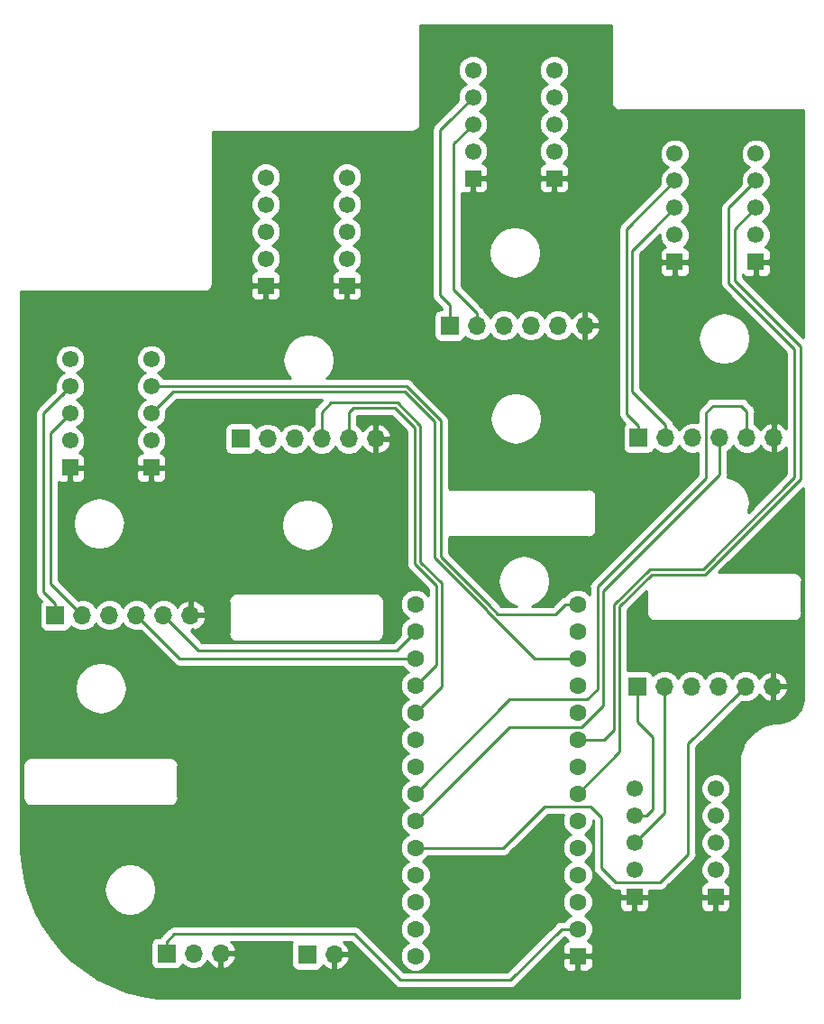
<source format=gtl>
G04 #@! TF.GenerationSoftware,KiCad,Pcbnew,(5.0.2)-1*
G04 #@! TF.CreationDate,2019-04-05T17:45:13+02:00*
G04 #@! TF.ProjectId,DorsalTPMG90,446f7273-616c-4545-904d-4739302e6b69,v01*
G04 #@! TF.SameCoordinates,Original*
G04 #@! TF.FileFunction,Copper,L1,Top*
G04 #@! TF.FilePolarity,Positive*
%FSLAX46Y46*%
G04 Gerber Fmt 4.6, Leading zero omitted, Abs format (unit mm)*
G04 Created by KiCad (PCBNEW (5.0.2)-1) date 05/04/2019 17:45:13*
%MOMM*%
%LPD*%
G01*
G04 APERTURE LIST*
G04 #@! TA.AperFunction,ComponentPad*
%ADD10R,1.550000X1.550000*%
G04 #@! TD*
G04 #@! TA.AperFunction,ComponentPad*
%ADD11C,1.550000*%
G04 #@! TD*
G04 #@! TA.AperFunction,ComponentPad*
%ADD12R,1.600000X1.600000*%
G04 #@! TD*
G04 #@! TA.AperFunction,ComponentPad*
%ADD13C,1.600000*%
G04 #@! TD*
G04 #@! TA.AperFunction,ComponentPad*
%ADD14R,1.700000X1.700000*%
G04 #@! TD*
G04 #@! TA.AperFunction,ComponentPad*
%ADD15O,1.700000X1.700000*%
G04 #@! TD*
G04 #@! TA.AperFunction,Conductor*
%ADD16C,0.254000*%
G04 #@! TD*
G04 APERTURE END LIST*
D10*
G04 #@! TO.P,U3,1*
G04 #@! TO.N,GND*
X141864080Y-73280000D03*
D11*
G04 #@! TO.P,U3,2*
G04 #@! TO.N,+3V3*
X141864080Y-70740000D03*
G04 #@! TO.P,U3,3*
G04 #@! TO.N,P9*
X141864080Y-68200000D03*
G04 #@! TO.P,U3,4*
G04 #@! TO.N,P11*
X141864080Y-65660000D03*
G04 #@! TO.P,U3,5*
G04 #@! TO.N,Net-(U3-Pad5)*
X141864080Y-63120000D03*
D10*
G04 #@! TO.P,U3,10*
G04 #@! TO.N,GND*
X134244080Y-73280000D03*
D11*
G04 #@! TO.P,U3,6*
G04 #@! TO.N,Net-(U3-Pad6)*
X134244080Y-63120000D03*
G04 #@! TO.P,U3,7*
G04 #@! TO.N,M12*
X134244080Y-65660000D03*
G04 #@! TO.P,U3,8*
G04 #@! TO.N,M22*
X134244080Y-68200000D03*
G04 #@! TO.P,U3,9*
G04 #@! TO.N,Vbat*
X134244080Y-70740000D03*
G04 #@! TD*
D12*
G04 #@! TO.P,U1,1*
G04 #@! TO.N,GND*
X163545000Y-136185000D03*
D13*
G04 #@! TO.P,U1,2*
G04 #@! TO.N,P0*
X163545000Y-133645000D03*
G04 #@! TO.P,U1,3*
G04 #@! TO.N,P1*
X163545000Y-131105000D03*
G04 #@! TO.P,U1,4*
G04 #@! TO.N,P2*
X163545000Y-128565000D03*
G04 #@! TO.P,U1,5*
G04 #@! TO.N,Net-(U1-Pad5)*
X163545000Y-126025000D03*
G04 #@! TO.P,U1,6*
G04 #@! TO.N,Net-(U1-Pad6)*
X163545000Y-123485000D03*
G04 #@! TO.P,U1,7*
G04 #@! TO.N,P5*
X163545000Y-120945000D03*
G04 #@! TO.P,U1,8*
G04 #@! TO.N,P6*
X163545000Y-118405000D03*
G04 #@! TO.P,U1,9*
G04 #@! TO.N,P7*
X163545000Y-115865000D03*
G04 #@! TO.P,U1,10*
G04 #@! TO.N,P8*
X163545000Y-113325000D03*
G04 #@! TO.P,U1,11*
G04 #@! TO.N,P9*
X163545000Y-110785000D03*
G04 #@! TO.P,U1,12*
G04 #@! TO.N,P10*
X163545000Y-108245000D03*
G04 #@! TO.P,U1,13*
G04 #@! TO.N,P11*
X163545000Y-105705000D03*
G04 #@! TO.P,U1,33*
G04 #@! TO.N,Net-(U1-Pad33)*
X148305000Y-136185000D03*
G04 #@! TO.P,U1,32*
G04 #@! TO.N,Net-(U1-Pad32)*
X148305000Y-133645000D03*
G04 #@! TO.P,U1,31*
G04 #@! TO.N,+3V3*
X148305000Y-131105000D03*
G04 #@! TO.P,U1,30*
G04 #@! TO.N,P23*
X148305000Y-128565000D03*
G04 #@! TO.P,U1,29*
G04 #@! TO.N,P22*
X148305000Y-126025000D03*
G04 #@! TO.P,U1,28*
G04 #@! TO.N,P21*
X148305000Y-123485000D03*
G04 #@! TO.P,U1,27*
G04 #@! TO.N,P20*
X148305000Y-120945000D03*
G04 #@! TO.P,U1,26*
G04 #@! TO.N,P19*
X148305000Y-118405000D03*
G04 #@! TO.P,U1,25*
G04 #@! TO.N,P18*
X148305000Y-115865000D03*
G04 #@! TO.P,U1,24*
G04 #@! TO.N,P17*
X148305000Y-113325000D03*
G04 #@! TO.P,U1,23*
G04 #@! TO.N,P16*
X148305000Y-110785000D03*
G04 #@! TO.P,U1,22*
G04 #@! TO.N,P15*
X148305000Y-108245000D03*
G04 #@! TO.P,U1,21*
G04 #@! TO.N,P14*
X148305000Y-105705000D03*
G04 #@! TO.P,U1,14*
G04 #@! TO.N,P12*
X163545000Y-103165000D03*
G04 #@! TO.P,U1,20*
G04 #@! TO.N,Net-(U1-Pad20)*
X148305000Y-103165000D03*
G04 #@! TD*
D11*
G04 #@! TO.P,U6,9*
G04 #@! TO.N,Vbat*
X168890000Y-128090000D03*
G04 #@! TO.P,U6,8*
G04 #@! TO.N,M25*
X168890000Y-125550000D03*
G04 #@! TO.P,U6,7*
G04 #@! TO.N,M15*
X168890000Y-123010000D03*
G04 #@! TO.P,U6,6*
G04 #@! TO.N,Net-(U6-Pad6)*
X168890000Y-120470000D03*
D10*
G04 #@! TO.P,U6,10*
G04 #@! TO.N,GND*
X168890000Y-130630000D03*
D11*
G04 #@! TO.P,U6,5*
G04 #@! TO.N,Net-(U6-Pad5)*
X176510000Y-120470000D03*
G04 #@! TO.P,U6,4*
G04 #@! TO.N,P2*
X176510000Y-123010000D03*
G04 #@! TO.P,U6,3*
G04 #@! TO.N,P1*
X176510000Y-125550000D03*
G04 #@! TO.P,U6,2*
G04 #@! TO.N,+3V3*
X176510000Y-128090000D03*
D10*
G04 #@! TO.P,U6,1*
G04 #@! TO.N,GND*
X176510000Y-130630000D03*
G04 #@! TD*
D11*
G04 #@! TO.P,U5,9*
G04 #@! TO.N,Vbat*
X172659040Y-68501260D03*
G04 #@! TO.P,U5,8*
G04 #@! TO.N,M24*
X172659040Y-65961260D03*
G04 #@! TO.P,U5,7*
G04 #@! TO.N,M14*
X172659040Y-63421260D03*
G04 #@! TO.P,U5,6*
G04 #@! TO.N,Net-(U5-Pad6)*
X172659040Y-60881260D03*
D10*
G04 #@! TO.P,U5,10*
G04 #@! TO.N,GND*
X172659040Y-71041260D03*
D11*
G04 #@! TO.P,U5,5*
G04 #@! TO.N,Net-(U5-Pad5)*
X180279040Y-60881260D03*
G04 #@! TO.P,U5,4*
G04 #@! TO.N,P7*
X180279040Y-63421260D03*
G04 #@! TO.P,U5,3*
G04 #@! TO.N,P5*
X180279040Y-65961260D03*
G04 #@! TO.P,U5,2*
G04 #@! TO.N,+3V3*
X180279040Y-68501260D03*
D10*
G04 #@! TO.P,U5,1*
G04 #@! TO.N,GND*
X180279040Y-71041260D03*
G04 #@! TD*
D14*
G04 #@! TO.P,J1,1*
G04 #@! TO.N,P0*
X124934980Y-135923020D03*
D15*
G04 #@! TO.P,J1,2*
G04 #@! TO.N,Vbat*
X127474980Y-135923020D03*
G04 #@! TO.P,J1,3*
G04 #@! TO.N,GND*
X130014980Y-135923020D03*
G04 #@! TD*
D14*
G04 #@! TO.P,J2,1*
G04 #@! TO.N,M14*
X169275000Y-87550000D03*
D15*
G04 #@! TO.P,J2,2*
G04 #@! TO.N,M24*
X171815000Y-87550000D03*
G04 #@! TO.P,J2,3*
G04 #@! TO.N,+3V3*
X174355000Y-87550000D03*
G04 #@! TO.P,J2,4*
G04 #@! TO.N,P21*
X176895000Y-87550000D03*
G04 #@! TO.P,J2,5*
G04 #@! TO.N,P20*
X179435000Y-87550000D03*
G04 #@! TO.P,J2,6*
G04 #@! TO.N,GND*
X181975000Y-87550000D03*
G04 #@! TD*
D14*
G04 #@! TO.P,J3,1*
G04 #@! TO.N,M15*
X169161460Y-110876080D03*
D15*
G04 #@! TO.P,J3,2*
G04 #@! TO.N,M25*
X171701460Y-110876080D03*
G04 #@! TO.P,J3,3*
G04 #@! TO.N,+3V3*
X174241460Y-110876080D03*
G04 #@! TO.P,J3,4*
G04 #@! TO.N,P23*
X176781460Y-110876080D03*
G04 #@! TO.P,J3,5*
G04 #@! TO.N,P22*
X179321460Y-110876080D03*
G04 #@! TO.P,J3,6*
G04 #@! TO.N,GND*
X181861460Y-110876080D03*
G04 #@! TD*
D14*
G04 #@! TO.P,J4,1*
G04 #@! TO.N,M11*
X114500000Y-104200000D03*
D15*
G04 #@! TO.P,J4,2*
G04 #@! TO.N,M21*
X117040000Y-104200000D03*
G04 #@! TO.P,J4,3*
G04 #@! TO.N,+3V3*
X119580000Y-104200000D03*
G04 #@! TO.P,J4,4*
G04 #@! TO.N,P15*
X122120000Y-104200000D03*
G04 #@! TO.P,J4,5*
G04 #@! TO.N,P14*
X124660000Y-104200000D03*
G04 #@! TO.P,J4,6*
G04 #@! TO.N,GND*
X127200000Y-104200000D03*
G04 #@! TD*
G04 #@! TO.P,J5,6*
G04 #@! TO.N,GND*
X144580000Y-87625000D03*
G04 #@! TO.P,J5,5*
G04 #@! TO.N,P16*
X142040000Y-87625000D03*
G04 #@! TO.P,J5,4*
G04 #@! TO.N,P17*
X139500000Y-87625000D03*
G04 #@! TO.P,J5,3*
G04 #@! TO.N,+3V3*
X136960000Y-87625000D03*
G04 #@! TO.P,J5,2*
G04 #@! TO.N,M22*
X134420000Y-87625000D03*
D14*
G04 #@! TO.P,J5,1*
G04 #@! TO.N,M12*
X131880000Y-87625000D03*
G04 #@! TD*
G04 #@! TO.P,J6,1*
G04 #@! TO.N,M13*
X151525000Y-77025000D03*
D15*
G04 #@! TO.P,J6,2*
G04 #@! TO.N,M23*
X154065000Y-77025000D03*
G04 #@! TO.P,J6,3*
G04 #@! TO.N,+3V3*
X156605000Y-77025000D03*
G04 #@! TO.P,J6,4*
G04 #@! TO.N,P19*
X159145000Y-77025000D03*
G04 #@! TO.P,J6,5*
G04 #@! TO.N,P18*
X161685000Y-77025000D03*
G04 #@! TO.P,J6,6*
G04 #@! TO.N,GND*
X164225000Y-77025000D03*
G04 #@! TD*
D11*
G04 #@! TO.P,U2,9*
G04 #@! TO.N,Vbat*
X115890000Y-87815000D03*
G04 #@! TO.P,U2,8*
G04 #@! TO.N,M21*
X115890000Y-85275000D03*
G04 #@! TO.P,U2,7*
G04 #@! TO.N,M11*
X115890000Y-82735000D03*
G04 #@! TO.P,U2,6*
G04 #@! TO.N,Net-(U2-Pad6)*
X115890000Y-80195000D03*
D10*
G04 #@! TO.P,U2,10*
G04 #@! TO.N,GND*
X115890000Y-90355000D03*
D11*
G04 #@! TO.P,U2,5*
G04 #@! TO.N,Net-(U2-Pad5)*
X123510000Y-80195000D03*
G04 #@! TO.P,U2,4*
G04 #@! TO.N,P12*
X123510000Y-82735000D03*
G04 #@! TO.P,U2,3*
G04 #@! TO.N,P10*
X123510000Y-85275000D03*
G04 #@! TO.P,U2,2*
G04 #@! TO.N,+3V3*
X123510000Y-87815000D03*
D10*
G04 #@! TO.P,U2,1*
G04 #@! TO.N,GND*
X123510000Y-90355000D03*
G04 #@! TD*
G04 #@! TO.P,U4,1*
G04 #@! TO.N,GND*
X161335000Y-63205000D03*
D11*
G04 #@! TO.P,U4,2*
G04 #@! TO.N,+3V3*
X161335000Y-60665000D03*
G04 #@! TO.P,U4,3*
G04 #@! TO.N,P6*
X161335000Y-58125000D03*
G04 #@! TO.P,U4,4*
G04 #@! TO.N,P8*
X161335000Y-55585000D03*
G04 #@! TO.P,U4,5*
G04 #@! TO.N,Net-(U4-Pad5)*
X161335000Y-53045000D03*
D10*
G04 #@! TO.P,U4,10*
G04 #@! TO.N,GND*
X153715000Y-63205000D03*
D11*
G04 #@! TO.P,U4,6*
G04 #@! TO.N,Net-(U4-Pad6)*
X153715000Y-53045000D03*
G04 #@! TO.P,U4,7*
G04 #@! TO.N,M13*
X153715000Y-55585000D03*
G04 #@! TO.P,U4,8*
G04 #@! TO.N,M23*
X153715000Y-58125000D03*
G04 #@! TO.P,U4,9*
G04 #@! TO.N,Vbat*
X153715000Y-60665000D03*
G04 #@! TD*
D14*
G04 #@! TO.P,J7,1*
G04 #@! TO.N,Vbat*
X138135360Y-136039860D03*
D15*
G04 #@! TO.P,J7,2*
G04 #@! TO.N,GND*
X140675360Y-136039860D03*
G04 #@! TD*
D16*
G04 #@! TO.N,P0*
X124934980Y-134819020D02*
X125654000Y-134100000D01*
X124934980Y-135923020D02*
X124934980Y-134819020D01*
X163545000Y-133645000D02*
X162005000Y-133645000D01*
X162005000Y-133645000D02*
X157220000Y-138430000D01*
X146910000Y-138430000D02*
X142580000Y-134100000D01*
X157220000Y-138430000D02*
X146910000Y-138430000D01*
X125654000Y-134100000D02*
X142580000Y-134100000D01*
G04 #@! TO.N,P20*
X169175000Y-97750000D02*
X168900000Y-98025000D01*
X165750000Y-101175000D02*
X166425000Y-100500000D01*
X169175000Y-97750000D02*
X166425000Y-100500000D01*
X165766990Y-101158010D02*
X166425000Y-100500000D01*
X165400000Y-101525000D02*
X165766990Y-101158010D01*
X165400000Y-111160000D02*
X165400000Y-101525000D01*
X164435000Y-112125000D02*
X165400000Y-111160000D01*
X148305000Y-120945000D02*
X157125000Y-112125000D01*
X157125000Y-112125000D02*
X164435000Y-112125000D01*
X175600000Y-91325000D02*
X175600000Y-85180000D01*
X169175000Y-97750000D02*
X175600000Y-91325000D01*
X175600000Y-85180000D02*
X175610000Y-85180000D01*
X179435000Y-85065000D02*
X179435000Y-87550000D01*
X175610000Y-85180000D02*
X176240000Y-84550000D01*
X176240000Y-84550000D02*
X178920000Y-84550000D01*
X178920000Y-84550000D02*
X179435000Y-85065000D01*
G04 #@! TO.N,P21*
X163933883Y-114683999D02*
X157123999Y-114683999D01*
X148305000Y-123485000D02*
X157115000Y-114675000D01*
X176895000Y-87550000D02*
X176895000Y-90974315D01*
X176895000Y-90974315D02*
X172900000Y-94969315D01*
X172900000Y-94969315D02*
X172900000Y-94975000D01*
X157123999Y-114683999D02*
X157115000Y-114675000D01*
X172900000Y-94975000D02*
X166275000Y-101600000D01*
X166240000Y-101600000D02*
X165908010Y-101931990D01*
X166275000Y-101600000D02*
X166240000Y-101600000D01*
X165908010Y-112709872D02*
X165900000Y-112717882D01*
X165908010Y-101931990D02*
X165908010Y-112709872D01*
X165900000Y-112717882D02*
X163933883Y-114683999D01*
G04 #@! TO.N,M24*
X171815000Y-86347919D02*
X171815000Y-87550000D01*
X168656010Y-83188929D02*
X171815000Y-86347919D01*
X168656010Y-69963990D02*
X168656010Y-83188929D01*
X170687700Y-67932300D02*
X168656010Y-69963990D01*
X170688000Y-67932300D02*
X172659040Y-65961260D01*
X170687700Y-67932300D02*
X170688000Y-67932300D01*
G04 #@! TO.N,M14*
X169275000Y-86446000D02*
X168148000Y-85319000D01*
X169275000Y-87550000D02*
X169275000Y-86446000D01*
X168148000Y-67932300D02*
X172659040Y-63421260D01*
X168148000Y-85319000D02*
X168148000Y-67932300D01*
G04 #@! TO.N,M15*
X169986015Y-123010000D02*
X170575000Y-122421015D01*
X168890000Y-123010000D02*
X169986015Y-123010000D01*
X170575000Y-122421015D02*
X170575000Y-115625000D01*
X169161460Y-114211460D02*
X169161460Y-110876080D01*
X170575000Y-115625000D02*
X169161460Y-114211460D01*
G04 #@! TO.N,M25*
X169664999Y-124775001D02*
X169664999Y-124760001D01*
X168890000Y-125550000D02*
X169664999Y-124775001D01*
X171701460Y-122723540D02*
X171701460Y-110876080D01*
X169664999Y-124760001D02*
X171701460Y-122723540D01*
G04 #@! TO.N,P22*
X156550000Y-126025000D02*
X148305000Y-126025000D01*
X160448999Y-122126001D02*
X156550000Y-126025000D01*
X165758009Y-123133009D02*
X164751001Y-122126001D01*
X178471461Y-111726079D02*
X178471461Y-111728539D01*
X179321460Y-110876080D02*
X178471461Y-111726079D01*
X164751001Y-122126001D02*
X160448999Y-122126001D01*
X178471461Y-111728539D02*
X173930000Y-116270000D01*
X173930000Y-116270000D02*
X173930000Y-126620000D01*
X171303999Y-129246001D02*
X167116001Y-129246001D01*
X173930000Y-126620000D02*
X171303999Y-129246001D01*
X165758009Y-127888009D02*
X165758009Y-123133009D01*
X167116001Y-129246001D02*
X165758009Y-127888009D01*
G04 #@! TO.N,M11*
X115115001Y-83509999D02*
X115090001Y-83509999D01*
X115890000Y-82735000D02*
X115115001Y-83509999D01*
X115890000Y-82735000D02*
X113375000Y-85250000D01*
X114500000Y-103096000D02*
X114500000Y-104200000D01*
X113375000Y-101971000D02*
X114500000Y-103096000D01*
X113375000Y-85250000D02*
X113375000Y-101971000D01*
G04 #@! TO.N,M21*
X116190001Y-103350001D02*
X117040000Y-104200000D01*
X114075000Y-101235000D02*
X116190001Y-103350001D01*
X114075000Y-87090000D02*
X114075000Y-101235000D01*
X115890000Y-85275000D02*
X114075000Y-87090000D01*
G04 #@! TO.N,P15*
X126165000Y-108245000D02*
X122120000Y-104200000D01*
X148305000Y-108245000D02*
X126165000Y-108245000D01*
G04 #@! TO.N,P14*
X146535000Y-107475000D02*
X148305000Y-105705000D01*
X124660000Y-104200000D02*
X127935000Y-107475000D01*
X127935000Y-107475000D02*
X146535000Y-107475000D01*
G04 #@! TO.N,P16*
X142040000Y-85180000D02*
X142040000Y-87625000D01*
X150241990Y-108848010D02*
X150241990Y-101411990D01*
X142451990Y-84768010D02*
X142040000Y-85180000D01*
X148305000Y-110785000D02*
X150241990Y-108848010D01*
X148250000Y-99420000D02*
X148250000Y-86620000D01*
X148250000Y-86620000D02*
X146398010Y-84768010D01*
X150241990Y-101411990D02*
X148250000Y-99420000D01*
X146398010Y-84768010D02*
X142451990Y-84768010D01*
G04 #@! TO.N,P17*
X139500000Y-86422919D02*
X139500000Y-87625000D01*
X139500000Y-85120000D02*
X139500000Y-86422919D01*
X140360000Y-84260000D02*
X139500000Y-85120000D01*
X150750000Y-110880000D02*
X150750000Y-101200000D01*
X148305000Y-113325000D02*
X150750000Y-110880000D01*
X150750000Y-101200000D02*
X148780000Y-99230000D01*
X148780000Y-99230000D02*
X148780000Y-86410000D01*
X148780000Y-86410000D02*
X146630000Y-84260000D01*
X146630000Y-84260000D02*
X140360000Y-84260000D01*
G04 #@! TO.N,M13*
X151384000Y-57916000D02*
X153715000Y-55585000D01*
X150622000Y-58678000D02*
X151384000Y-57916000D01*
X150622000Y-74168000D02*
X150622000Y-58678000D01*
X151525000Y-77025000D02*
X151525000Y-75071000D01*
X151525000Y-75071000D02*
X150622000Y-74168000D01*
G04 #@! TO.N,M23*
X154065000Y-75822919D02*
X151892000Y-73649919D01*
X154065000Y-77025000D02*
X154065000Y-75822919D01*
X151892000Y-59948000D02*
X153715000Y-58125000D01*
X151892000Y-73649919D02*
X151892000Y-59948000D01*
G04 #@! TO.N,P12*
X150675000Y-89500000D02*
X150675000Y-98700000D01*
X150675000Y-98700000D02*
X155183880Y-103208880D01*
X123510000Y-82735000D02*
X143910000Y-82735000D01*
X161478630Y-104100000D02*
X156075000Y-104100000D01*
X163545000Y-103165000D02*
X162413630Y-103165000D01*
X162413630Y-103165000D02*
X161478630Y-104100000D01*
X156075000Y-104100000D02*
X155183880Y-103208880D01*
X143828434Y-82735000D02*
X124339118Y-82735000D01*
X147485000Y-82735000D02*
X143828434Y-82735000D01*
X150674999Y-85924999D02*
X147485000Y-82735000D01*
X155183880Y-103208880D02*
X150674999Y-98699999D01*
X150674999Y-98699999D02*
X150674999Y-85924999D01*
G04 #@! TO.N,P10*
X159495000Y-108245000D02*
X163545000Y-108245000D01*
X155000000Y-103750000D02*
X159495000Y-108245000D01*
X155000000Y-103743434D02*
X155000000Y-103750000D01*
X123510000Y-85275000D02*
X125541990Y-83243010D01*
X147274576Y-83243010D02*
X147274576Y-83244576D01*
X147274576Y-83244576D02*
X150075000Y-86045000D01*
X150075000Y-86045000D02*
X150075000Y-98818434D01*
X125541990Y-83243010D02*
X147274576Y-83243010D01*
X150075000Y-98818434D02*
X155000000Y-103743434D01*
G04 #@! TO.N,P7*
X165985000Y-115865000D02*
X163545000Y-115865000D01*
X170306566Y-99850000D02*
X166925000Y-103231566D01*
X175300000Y-99850000D02*
X170306566Y-99850000D01*
X179504041Y-64196259D02*
X179503741Y-64196259D01*
X180279040Y-63421260D02*
X179504041Y-64196259D01*
X179503741Y-64196259D02*
X177750000Y-65950000D01*
X183930000Y-91220000D02*
X175300000Y-99850000D01*
X177750000Y-65950000D02*
X177750000Y-73050000D01*
X177750000Y-73050000D02*
X183930000Y-79230000D01*
X166925000Y-114925000D02*
X165985000Y-115865000D01*
X166925000Y-103231566D02*
X166925000Y-114925000D01*
X183930000Y-79230000D02*
X183930000Y-91220000D01*
G04 #@! TO.N,P5*
X180279040Y-65961260D02*
X180396354Y-65961260D01*
X180279040Y-65961260D02*
X178270000Y-67970300D01*
X178270000Y-67970300D02*
X178270000Y-72790000D01*
X184450000Y-78990000D02*
X178270000Y-72810000D01*
X167500000Y-116990000D02*
X167500000Y-103375000D01*
X167500000Y-103375000D02*
X170515783Y-100359217D01*
X170515783Y-100359217D02*
X175509217Y-100359217D01*
X175509217Y-100359217D02*
X184450000Y-91418434D01*
X163545000Y-120945000D02*
X167500000Y-116990000D01*
X184450000Y-91418434D02*
X184450000Y-78990000D01*
G04 #@! TD*
G04 #@! TO.N,GND*
G36*
X166698620Y-55963190D02*
X166683241Y-56040506D01*
X166744166Y-56346798D01*
X166917667Y-56606459D01*
X167177328Y-56779960D01*
X167483620Y-56840885D01*
X167560936Y-56825506D01*
X184698620Y-56825506D01*
X184698620Y-78160989D01*
X179032000Y-72494370D01*
X179032000Y-72242246D01*
X179144342Y-72354587D01*
X179377731Y-72451260D01*
X179993290Y-72451260D01*
X180152040Y-72292510D01*
X180152040Y-71168260D01*
X180406040Y-71168260D01*
X180406040Y-72292510D01*
X180564790Y-72451260D01*
X181180349Y-72451260D01*
X181413738Y-72354587D01*
X181592367Y-72175959D01*
X181689040Y-71942570D01*
X181689040Y-71327010D01*
X181530290Y-71168260D01*
X180406040Y-71168260D01*
X180152040Y-71168260D01*
X180132040Y-71168260D01*
X180132040Y-70914260D01*
X180152040Y-70914260D01*
X180152040Y-70894260D01*
X180406040Y-70894260D01*
X180406040Y-70914260D01*
X181530290Y-70914260D01*
X181689040Y-70755510D01*
X181689040Y-70139950D01*
X181592367Y-69906561D01*
X181413738Y-69727933D01*
X181180349Y-69631260D01*
X181143082Y-69631260D01*
X181474381Y-69299961D01*
X181689040Y-68781727D01*
X181689040Y-68220793D01*
X181474381Y-67702559D01*
X181077741Y-67305919D01*
X180897498Y-67231260D01*
X181077741Y-67156601D01*
X181474381Y-66759961D01*
X181689040Y-66241727D01*
X181689040Y-65680793D01*
X181474381Y-65162559D01*
X181077741Y-64765919D01*
X180897498Y-64691260D01*
X181077741Y-64616601D01*
X181474381Y-64219961D01*
X181689040Y-63701727D01*
X181689040Y-63140793D01*
X181474381Y-62622559D01*
X181077741Y-62225919D01*
X180897498Y-62151260D01*
X181077741Y-62076601D01*
X181474381Y-61679961D01*
X181689040Y-61161727D01*
X181689040Y-60600793D01*
X181474381Y-60082559D01*
X181077741Y-59685919D01*
X180559507Y-59471260D01*
X179998573Y-59471260D01*
X179480339Y-59685919D01*
X179083699Y-60082559D01*
X178869040Y-60600793D01*
X178869040Y-61161727D01*
X179083699Y-61679961D01*
X179480339Y-62076601D01*
X179660582Y-62151260D01*
X179480339Y-62225919D01*
X179083699Y-62622559D01*
X178869040Y-63140793D01*
X178869040Y-63701727D01*
X178884154Y-63738215D01*
X177264253Y-65358117D01*
X177200629Y-65400629D01*
X177032212Y-65652684D01*
X176988000Y-65874953D01*
X176988000Y-65874957D01*
X176973073Y-65950000D01*
X176988000Y-66025043D01*
X176988001Y-72974952D01*
X176973073Y-73050000D01*
X176988001Y-73125048D01*
X177032213Y-73347317D01*
X177200630Y-73599371D01*
X177264251Y-73641881D01*
X183168000Y-79545631D01*
X183168001Y-86666653D01*
X182741924Y-86278355D01*
X182331890Y-86108524D01*
X182102000Y-86229845D01*
X182102000Y-87423000D01*
X182122000Y-87423000D01*
X182122000Y-87677000D01*
X182102000Y-87677000D01*
X182102000Y-88870155D01*
X182331890Y-88991476D01*
X182741924Y-88821645D01*
X183168001Y-88433347D01*
X183168001Y-90904368D01*
X179553862Y-94518507D01*
X179609844Y-94408637D01*
X179730000Y-93650000D01*
X179609844Y-92891363D01*
X179261137Y-92206987D01*
X178718013Y-91663863D01*
X178033637Y-91315156D01*
X177617249Y-91249207D01*
X177657000Y-91049363D01*
X177657000Y-91049359D01*
X177671927Y-90974316D01*
X177657000Y-90899273D01*
X177657000Y-88826842D01*
X177965625Y-88620625D01*
X178165000Y-88322239D01*
X178364375Y-88620625D01*
X178855582Y-88948839D01*
X179288744Y-89035000D01*
X179581256Y-89035000D01*
X180014418Y-88948839D01*
X180505625Y-88620625D01*
X180718843Y-88301522D01*
X180779817Y-88431358D01*
X181208076Y-88821645D01*
X181618110Y-88991476D01*
X181848000Y-88870155D01*
X181848000Y-87677000D01*
X181828000Y-87677000D01*
X181828000Y-87423000D01*
X181848000Y-87423000D01*
X181848000Y-86229845D01*
X181618110Y-86108524D01*
X181208076Y-86278355D01*
X180779817Y-86668642D01*
X180718843Y-86798478D01*
X180505625Y-86479375D01*
X180197000Y-86273158D01*
X180197000Y-85140043D01*
X180211927Y-85065000D01*
X180197000Y-84989957D01*
X180197000Y-84989952D01*
X180152788Y-84767683D01*
X180063632Y-84634252D01*
X180026882Y-84579251D01*
X179984371Y-84515629D01*
X179920749Y-84473119D01*
X179511883Y-84064253D01*
X179469371Y-84000629D01*
X179217317Y-83832212D01*
X178995048Y-83788000D01*
X178995043Y-83788000D01*
X178920000Y-83773073D01*
X178844957Y-83788000D01*
X176315047Y-83788000D01*
X176240000Y-83773072D01*
X176164953Y-83788000D01*
X176164952Y-83788000D01*
X175942683Y-83832212D01*
X175690629Y-84000629D01*
X175648118Y-84064251D01*
X175144390Y-84567980D01*
X175050629Y-84630629D01*
X174882212Y-84882683D01*
X174823072Y-85180000D01*
X174838001Y-85255053D01*
X174838001Y-86131982D01*
X174501256Y-86065000D01*
X174208744Y-86065000D01*
X173775582Y-86151161D01*
X173284375Y-86479375D01*
X173085000Y-86777761D01*
X172885625Y-86479375D01*
X172577066Y-86273202D01*
X172570897Y-86242191D01*
X172532788Y-86050602D01*
X172429907Y-85896629D01*
X172406882Y-85862170D01*
X172364371Y-85798548D01*
X172300750Y-85756038D01*
X169418010Y-82873299D01*
X169418010Y-78225000D01*
X174845000Y-78225000D01*
X174965156Y-78983637D01*
X175313863Y-79668013D01*
X175856987Y-80211137D01*
X176541363Y-80559844D01*
X177300000Y-80680000D01*
X178058637Y-80559844D01*
X178743013Y-80211137D01*
X179286137Y-79668013D01*
X179634844Y-78983637D01*
X179755000Y-78225000D01*
X179634844Y-77466363D01*
X179286137Y-76781987D01*
X178743013Y-76238863D01*
X178058637Y-75890156D01*
X177300000Y-75770000D01*
X176541363Y-75890156D01*
X175856987Y-76238863D01*
X175313863Y-76781987D01*
X174965156Y-77466363D01*
X174845000Y-78225000D01*
X169418010Y-78225000D01*
X169418010Y-71327010D01*
X171249040Y-71327010D01*
X171249040Y-71942569D01*
X171345713Y-72175958D01*
X171524341Y-72354587D01*
X171757730Y-72451260D01*
X172373290Y-72451260D01*
X172532040Y-72292510D01*
X172532040Y-71168260D01*
X172786040Y-71168260D01*
X172786040Y-72292510D01*
X172944790Y-72451260D01*
X173560350Y-72451260D01*
X173793739Y-72354587D01*
X173972367Y-72175958D01*
X174069040Y-71942569D01*
X174069040Y-71327010D01*
X173910290Y-71168260D01*
X172786040Y-71168260D01*
X172532040Y-71168260D01*
X171407790Y-71168260D01*
X171249040Y-71327010D01*
X169418010Y-71327010D01*
X169418010Y-70279620D01*
X171172845Y-68524786D01*
X171237371Y-68481671D01*
X171249040Y-68464207D01*
X171249040Y-68781727D01*
X171463699Y-69299961D01*
X171794998Y-69631260D01*
X171757730Y-69631260D01*
X171524341Y-69727933D01*
X171345713Y-69906562D01*
X171249040Y-70139951D01*
X171249040Y-70755510D01*
X171407790Y-70914260D01*
X172532040Y-70914260D01*
X172532040Y-70894260D01*
X172786040Y-70894260D01*
X172786040Y-70914260D01*
X173910290Y-70914260D01*
X174069040Y-70755510D01*
X174069040Y-70139951D01*
X173972367Y-69906562D01*
X173793739Y-69727933D01*
X173560350Y-69631260D01*
X173523082Y-69631260D01*
X173854381Y-69299961D01*
X174069040Y-68781727D01*
X174069040Y-68220793D01*
X173854381Y-67702559D01*
X173457741Y-67305919D01*
X173277498Y-67231260D01*
X173457741Y-67156601D01*
X173854381Y-66759961D01*
X174069040Y-66241727D01*
X174069040Y-65680793D01*
X173854381Y-65162559D01*
X173457741Y-64765919D01*
X173277498Y-64691260D01*
X173457741Y-64616601D01*
X173854381Y-64219961D01*
X174069040Y-63701727D01*
X174069040Y-63140793D01*
X173854381Y-62622559D01*
X173457741Y-62225919D01*
X173277498Y-62151260D01*
X173457741Y-62076601D01*
X173854381Y-61679961D01*
X174069040Y-61161727D01*
X174069040Y-60600793D01*
X173854381Y-60082559D01*
X173457741Y-59685919D01*
X172939507Y-59471260D01*
X172378573Y-59471260D01*
X171860339Y-59685919D01*
X171463699Y-60082559D01*
X171249040Y-60600793D01*
X171249040Y-61161727D01*
X171463699Y-61679961D01*
X171860339Y-62076601D01*
X172040582Y-62151260D01*
X171860339Y-62225919D01*
X171463699Y-62622559D01*
X171249040Y-63140793D01*
X171249040Y-63701727D01*
X171264242Y-63738427D01*
X167662252Y-67340418D01*
X167598630Y-67382929D01*
X167556119Y-67446551D01*
X167556118Y-67446552D01*
X167430213Y-67634983D01*
X167371073Y-67932300D01*
X167386001Y-68007348D01*
X167386000Y-85243957D01*
X167371073Y-85319000D01*
X167386000Y-85394043D01*
X167386000Y-85394047D01*
X167430212Y-85616316D01*
X167598629Y-85868371D01*
X167662253Y-85910883D01*
X167982998Y-86231629D01*
X167967191Y-86242191D01*
X167826843Y-86452235D01*
X167777560Y-86700000D01*
X167777560Y-88400000D01*
X167826843Y-88647765D01*
X167967191Y-88857809D01*
X168177235Y-88998157D01*
X168425000Y-89047440D01*
X170125000Y-89047440D01*
X170372765Y-88998157D01*
X170582809Y-88857809D01*
X170723157Y-88647765D01*
X170732184Y-88602381D01*
X170744375Y-88620625D01*
X171235582Y-88948839D01*
X171668744Y-89035000D01*
X171961256Y-89035000D01*
X172394418Y-88948839D01*
X172885625Y-88620625D01*
X173085000Y-88322239D01*
X173284375Y-88620625D01*
X173775582Y-88948839D01*
X174208744Y-89035000D01*
X174501256Y-89035000D01*
X174838000Y-88968018D01*
X174838000Y-91009369D01*
X168689254Y-97158116D01*
X168689251Y-97158118D01*
X165939254Y-99908116D01*
X165939251Y-99908118D01*
X165281242Y-100566128D01*
X164914252Y-100933118D01*
X164850630Y-100975629D01*
X164808119Y-101039251D01*
X164808118Y-101039252D01*
X164682213Y-101227683D01*
X164623073Y-101525000D01*
X164638001Y-101600048D01*
X164638001Y-102228605D01*
X164357862Y-101948466D01*
X163830439Y-101730000D01*
X163259561Y-101730000D01*
X162732138Y-101948466D01*
X162328466Y-102352138D01*
X162304598Y-102409760D01*
X162116313Y-102447212D01*
X161864259Y-102615629D01*
X161821748Y-102679251D01*
X161163000Y-103338000D01*
X159263711Y-103338000D01*
X159283637Y-103334844D01*
X159968013Y-102986137D01*
X160511137Y-102443013D01*
X160859844Y-101758637D01*
X160980000Y-101000000D01*
X160859844Y-100241363D01*
X160511137Y-99556987D01*
X159968013Y-99013863D01*
X159283637Y-98665156D01*
X158525000Y-98545000D01*
X157766363Y-98665156D01*
X157081987Y-99013863D01*
X156538863Y-99556987D01*
X156190156Y-100241363D01*
X156070000Y-101000000D01*
X156190156Y-101758637D01*
X156538863Y-102443013D01*
X157081987Y-102986137D01*
X157766363Y-103334844D01*
X157786289Y-103338000D01*
X156390631Y-103338000D01*
X155775764Y-102723134D01*
X155775762Y-102723131D01*
X151437000Y-98384370D01*
X151437000Y-96892820D01*
X151475000Y-96900379D01*
X151552316Y-96885000D01*
X164422684Y-96885000D01*
X164500000Y-96900379D01*
X164806292Y-96839454D01*
X165065953Y-96665953D01*
X165239454Y-96406292D01*
X165285000Y-96177316D01*
X165285000Y-96177315D01*
X165300379Y-96100000D01*
X165285000Y-96022684D01*
X165285000Y-93022684D01*
X165239454Y-92793708D01*
X165065953Y-92534047D01*
X164806291Y-92360546D01*
X164500000Y-92299621D01*
X164422684Y-92315000D01*
X151552316Y-92315000D01*
X151475000Y-92299621D01*
X151437000Y-92307180D01*
X151437000Y-89424952D01*
X151436999Y-89424947D01*
X151436999Y-86000046D01*
X151451927Y-85924999D01*
X151436999Y-85849951D01*
X151412145Y-85725000D01*
X155295000Y-85725000D01*
X155415156Y-86483637D01*
X155763863Y-87168013D01*
X156306987Y-87711137D01*
X156991363Y-88059844D01*
X157750000Y-88180000D01*
X158508637Y-88059844D01*
X159193013Y-87711137D01*
X159736137Y-87168013D01*
X160084844Y-86483637D01*
X160205000Y-85725000D01*
X160084844Y-84966363D01*
X159736137Y-84281987D01*
X159193013Y-83738863D01*
X158508637Y-83390156D01*
X157750000Y-83270000D01*
X156991363Y-83390156D01*
X156306987Y-83738863D01*
X155763863Y-84281987D01*
X155415156Y-84966363D01*
X155295000Y-85725000D01*
X151412145Y-85725000D01*
X151392787Y-85627682D01*
X151224370Y-85375628D01*
X151160748Y-85333117D01*
X148076883Y-82249253D01*
X148034371Y-82185629D01*
X147782317Y-82017212D01*
X147560048Y-81973000D01*
X147560043Y-81973000D01*
X147485000Y-81958073D01*
X147409957Y-81973000D01*
X139956150Y-81973000D01*
X140261137Y-81668013D01*
X140609844Y-80983637D01*
X140730000Y-80225000D01*
X140609844Y-79466363D01*
X140261137Y-78781987D01*
X139718013Y-78238863D01*
X139033637Y-77890156D01*
X138275000Y-77770000D01*
X137516363Y-77890156D01*
X136831987Y-78238863D01*
X136288863Y-78781987D01*
X135940156Y-79466363D01*
X135820000Y-80225000D01*
X135940156Y-80983637D01*
X136288863Y-81668013D01*
X136593850Y-81973000D01*
X124720543Y-81973000D01*
X124705341Y-81936299D01*
X124308701Y-81539659D01*
X124128458Y-81465000D01*
X124308701Y-81390341D01*
X124705341Y-80993701D01*
X124920000Y-80475467D01*
X124920000Y-79914533D01*
X124705341Y-79396299D01*
X124308701Y-78999659D01*
X123790467Y-78785000D01*
X123229533Y-78785000D01*
X122711299Y-78999659D01*
X122314659Y-79396299D01*
X122100000Y-79914533D01*
X122100000Y-80475467D01*
X122314659Y-80993701D01*
X122711299Y-81390341D01*
X122891542Y-81465000D01*
X122711299Y-81539659D01*
X122314659Y-81936299D01*
X122100000Y-82454533D01*
X122100000Y-83015467D01*
X122314659Y-83533701D01*
X122711299Y-83930341D01*
X122891542Y-84005000D01*
X122711299Y-84079659D01*
X122314659Y-84476299D01*
X122100000Y-84994533D01*
X122100000Y-85555467D01*
X122314659Y-86073701D01*
X122711299Y-86470341D01*
X122891542Y-86545000D01*
X122711299Y-86619659D01*
X122314659Y-87016299D01*
X122100000Y-87534533D01*
X122100000Y-88095467D01*
X122314659Y-88613701D01*
X122645958Y-88945000D01*
X122608691Y-88945000D01*
X122375302Y-89041673D01*
X122196673Y-89220301D01*
X122100000Y-89453690D01*
X122100000Y-90069250D01*
X122258750Y-90228000D01*
X123383000Y-90228000D01*
X123383000Y-90208000D01*
X123637000Y-90208000D01*
X123637000Y-90228000D01*
X124761250Y-90228000D01*
X124920000Y-90069250D01*
X124920000Y-89453690D01*
X124823327Y-89220301D01*
X124644698Y-89041673D01*
X124411309Y-88945000D01*
X124374042Y-88945000D01*
X124705341Y-88613701D01*
X124920000Y-88095467D01*
X124920000Y-87534533D01*
X124705341Y-87016299D01*
X124308701Y-86619659D01*
X124128458Y-86545000D01*
X124308701Y-86470341D01*
X124705341Y-86073701D01*
X124920000Y-85555467D01*
X124920000Y-84994533D01*
X124904798Y-84957832D01*
X125857621Y-84005010D01*
X139537359Y-84005010D01*
X139014253Y-84528117D01*
X138950629Y-84570629D01*
X138782212Y-84822684D01*
X138738000Y-85044953D01*
X138738000Y-85044957D01*
X138723073Y-85120000D01*
X138738000Y-85195044D01*
X138738001Y-86347867D01*
X138738000Y-86347872D01*
X138738000Y-86348158D01*
X138429375Y-86554375D01*
X138230000Y-86852761D01*
X138030625Y-86554375D01*
X137539418Y-86226161D01*
X137106256Y-86140000D01*
X136813744Y-86140000D01*
X136380582Y-86226161D01*
X135889375Y-86554375D01*
X135690000Y-86852761D01*
X135490625Y-86554375D01*
X134999418Y-86226161D01*
X134566256Y-86140000D01*
X134273744Y-86140000D01*
X133840582Y-86226161D01*
X133349375Y-86554375D01*
X133337184Y-86572619D01*
X133328157Y-86527235D01*
X133187809Y-86317191D01*
X132977765Y-86176843D01*
X132730000Y-86127560D01*
X131030000Y-86127560D01*
X130782235Y-86176843D01*
X130572191Y-86317191D01*
X130431843Y-86527235D01*
X130382560Y-86775000D01*
X130382560Y-88475000D01*
X130431843Y-88722765D01*
X130572191Y-88932809D01*
X130782235Y-89073157D01*
X131030000Y-89122440D01*
X132730000Y-89122440D01*
X132977765Y-89073157D01*
X133187809Y-88932809D01*
X133328157Y-88722765D01*
X133337184Y-88677381D01*
X133349375Y-88695625D01*
X133840582Y-89023839D01*
X134273744Y-89110000D01*
X134566256Y-89110000D01*
X134999418Y-89023839D01*
X135490625Y-88695625D01*
X135690000Y-88397239D01*
X135889375Y-88695625D01*
X136380582Y-89023839D01*
X136813744Y-89110000D01*
X137106256Y-89110000D01*
X137539418Y-89023839D01*
X138030625Y-88695625D01*
X138230000Y-88397239D01*
X138429375Y-88695625D01*
X138920582Y-89023839D01*
X139353744Y-89110000D01*
X139646256Y-89110000D01*
X140079418Y-89023839D01*
X140570625Y-88695625D01*
X140770000Y-88397239D01*
X140969375Y-88695625D01*
X141460582Y-89023839D01*
X141893744Y-89110000D01*
X142186256Y-89110000D01*
X142619418Y-89023839D01*
X143110625Y-88695625D01*
X143323843Y-88376522D01*
X143384817Y-88506358D01*
X143813076Y-88896645D01*
X144223110Y-89066476D01*
X144453000Y-88945155D01*
X144453000Y-87752000D01*
X144707000Y-87752000D01*
X144707000Y-88945155D01*
X144936890Y-89066476D01*
X145346924Y-88896645D01*
X145775183Y-88506358D01*
X146021486Y-87981892D01*
X145900819Y-87752000D01*
X144707000Y-87752000D01*
X144453000Y-87752000D01*
X144433000Y-87752000D01*
X144433000Y-87498000D01*
X144453000Y-87498000D01*
X144453000Y-86304845D01*
X144707000Y-86304845D01*
X144707000Y-87498000D01*
X145900819Y-87498000D01*
X146021486Y-87268108D01*
X145775183Y-86743642D01*
X145346924Y-86353355D01*
X144936890Y-86183524D01*
X144707000Y-86304845D01*
X144453000Y-86304845D01*
X144223110Y-86183524D01*
X143813076Y-86353355D01*
X143384817Y-86743642D01*
X143323843Y-86873478D01*
X143110625Y-86554375D01*
X142802000Y-86348158D01*
X142802000Y-85530010D01*
X146082380Y-85530010D01*
X147488001Y-86935632D01*
X147488000Y-99344957D01*
X147473073Y-99420000D01*
X147488000Y-99495043D01*
X147488000Y-99495047D01*
X147532212Y-99717316D01*
X147700629Y-99969371D01*
X147764253Y-100011883D01*
X149479991Y-101727622D01*
X149479991Y-102310595D01*
X149117862Y-101948466D01*
X148590439Y-101730000D01*
X148019561Y-101730000D01*
X147492138Y-101948466D01*
X147088466Y-102352138D01*
X146870000Y-102879561D01*
X146870000Y-103450439D01*
X147088466Y-103977862D01*
X147492138Y-104381534D01*
X147621216Y-104435000D01*
X147492138Y-104488466D01*
X147088466Y-104892138D01*
X146870000Y-105419561D01*
X146870000Y-105990439D01*
X146891068Y-106041302D01*
X146219370Y-106713000D01*
X128250631Y-106713000D01*
X127222630Y-105685000D01*
X127327002Y-105685000D01*
X127327002Y-105520156D01*
X127556890Y-105641476D01*
X127966924Y-105471645D01*
X128395183Y-105081358D01*
X128641486Y-104556892D01*
X128520819Y-104327000D01*
X127327000Y-104327000D01*
X127327000Y-104347000D01*
X127073000Y-104347000D01*
X127073000Y-104327000D01*
X127053000Y-104327000D01*
X127053000Y-104073000D01*
X127073000Y-104073000D01*
X127073000Y-102879845D01*
X127327000Y-102879845D01*
X127327000Y-104073000D01*
X128520819Y-104073000D01*
X128641486Y-103843108D01*
X128395183Y-103318642D01*
X127966924Y-102928355D01*
X127838106Y-102875000D01*
X130749621Y-102875000D01*
X130765001Y-102952321D01*
X130765000Y-105822684D01*
X130749621Y-105900000D01*
X130810546Y-106206292D01*
X130984047Y-106465953D01*
X131243708Y-106639454D01*
X131472684Y-106685000D01*
X144627316Y-106685000D01*
X144856292Y-106639454D01*
X145115953Y-106465953D01*
X145289454Y-106206292D01*
X145350379Y-105900000D01*
X145335000Y-105822684D01*
X145335000Y-102952316D01*
X145350379Y-102875000D01*
X145289454Y-102568708D01*
X145115953Y-102309047D01*
X144856292Y-102135546D01*
X144627316Y-102090000D01*
X144550000Y-102074621D01*
X144472684Y-102090000D01*
X131627316Y-102090000D01*
X131550000Y-102074621D01*
X131472684Y-102090000D01*
X131243708Y-102135546D01*
X130984047Y-102309047D01*
X130810546Y-102568708D01*
X130749621Y-102875000D01*
X127838106Y-102875000D01*
X127556890Y-102758524D01*
X127327000Y-102879845D01*
X127073000Y-102879845D01*
X126843110Y-102758524D01*
X126433076Y-102928355D01*
X126004817Y-103318642D01*
X125943843Y-103448478D01*
X125730625Y-103129375D01*
X125239418Y-102801161D01*
X124806256Y-102715000D01*
X124513744Y-102715000D01*
X124080582Y-102801161D01*
X123589375Y-103129375D01*
X123390000Y-103427761D01*
X123190625Y-103129375D01*
X122699418Y-102801161D01*
X122266256Y-102715000D01*
X121973744Y-102715000D01*
X121540582Y-102801161D01*
X121049375Y-103129375D01*
X120850000Y-103427761D01*
X120650625Y-103129375D01*
X120159418Y-102801161D01*
X119726256Y-102715000D01*
X119433744Y-102715000D01*
X119000582Y-102801161D01*
X118509375Y-103129375D01*
X118310000Y-103427761D01*
X118110625Y-103129375D01*
X117619418Y-102801161D01*
X117186256Y-102715000D01*
X116893744Y-102715000D01*
X116675952Y-102758321D01*
X114837000Y-100919370D01*
X114837000Y-95600000D01*
X116120000Y-95600000D01*
X116240156Y-96358637D01*
X116588863Y-97043013D01*
X117131987Y-97586137D01*
X117816363Y-97934844D01*
X118575000Y-98055000D01*
X119333637Y-97934844D01*
X120018013Y-97586137D01*
X120561137Y-97043013D01*
X120909844Y-96358637D01*
X121010201Y-95725000D01*
X135695000Y-95725000D01*
X135815156Y-96483637D01*
X136163863Y-97168013D01*
X136706987Y-97711137D01*
X137391363Y-98059844D01*
X138150000Y-98180000D01*
X138908637Y-98059844D01*
X139593013Y-97711137D01*
X140136137Y-97168013D01*
X140484844Y-96483637D01*
X140605000Y-95725000D01*
X140484844Y-94966363D01*
X140136137Y-94281987D01*
X139593013Y-93738863D01*
X138908637Y-93390156D01*
X138150000Y-93270000D01*
X137391363Y-93390156D01*
X136706987Y-93738863D01*
X136163863Y-94281987D01*
X135815156Y-94966363D01*
X135695000Y-95725000D01*
X121010201Y-95725000D01*
X121030000Y-95600000D01*
X120909844Y-94841363D01*
X120561137Y-94156987D01*
X120018013Y-93613863D01*
X119333637Y-93265156D01*
X118575000Y-93145000D01*
X117816363Y-93265156D01*
X117131987Y-93613863D01*
X116588863Y-94156987D01*
X116240156Y-94841363D01*
X116120000Y-95600000D01*
X114837000Y-95600000D01*
X114837000Y-91702168D01*
X114988690Y-91765000D01*
X115604250Y-91765000D01*
X115763000Y-91606250D01*
X115763000Y-90482000D01*
X116017000Y-90482000D01*
X116017000Y-91606250D01*
X116175750Y-91765000D01*
X116791310Y-91765000D01*
X117024699Y-91668327D01*
X117203327Y-91489698D01*
X117300000Y-91256309D01*
X117300000Y-90640750D01*
X122100000Y-90640750D01*
X122100000Y-91256310D01*
X122196673Y-91489699D01*
X122375302Y-91668327D01*
X122608691Y-91765000D01*
X123224250Y-91765000D01*
X123383000Y-91606250D01*
X123383000Y-90482000D01*
X123637000Y-90482000D01*
X123637000Y-91606250D01*
X123795750Y-91765000D01*
X124411309Y-91765000D01*
X124644698Y-91668327D01*
X124823327Y-91489699D01*
X124920000Y-91256310D01*
X124920000Y-90640750D01*
X124761250Y-90482000D01*
X123637000Y-90482000D01*
X123383000Y-90482000D01*
X122258750Y-90482000D01*
X122100000Y-90640750D01*
X117300000Y-90640750D01*
X117141250Y-90482000D01*
X116017000Y-90482000D01*
X115763000Y-90482000D01*
X115743000Y-90482000D01*
X115743000Y-90228000D01*
X115763000Y-90228000D01*
X115763000Y-90208000D01*
X116017000Y-90208000D01*
X116017000Y-90228000D01*
X117141250Y-90228000D01*
X117300000Y-90069250D01*
X117300000Y-89453691D01*
X117203327Y-89220302D01*
X117024699Y-89041673D01*
X116791310Y-88945000D01*
X116754042Y-88945000D01*
X117085341Y-88613701D01*
X117300000Y-88095467D01*
X117300000Y-87534533D01*
X117085341Y-87016299D01*
X116688701Y-86619659D01*
X116508458Y-86545000D01*
X116688701Y-86470341D01*
X117085341Y-86073701D01*
X117300000Y-85555467D01*
X117300000Y-84994533D01*
X117085341Y-84476299D01*
X116688701Y-84079659D01*
X116508458Y-84005000D01*
X116688701Y-83930341D01*
X117085341Y-83533701D01*
X117300000Y-83015467D01*
X117300000Y-82454533D01*
X117085341Y-81936299D01*
X116688701Y-81539659D01*
X116508458Y-81465000D01*
X116688701Y-81390341D01*
X117085341Y-80993701D01*
X117300000Y-80475467D01*
X117300000Y-79914533D01*
X117085341Y-79396299D01*
X116688701Y-78999659D01*
X116170467Y-78785000D01*
X115609533Y-78785000D01*
X115091299Y-78999659D01*
X114694659Y-79396299D01*
X114480000Y-79914533D01*
X114480000Y-80475467D01*
X114694659Y-80993701D01*
X115091299Y-81390341D01*
X115271542Y-81465000D01*
X115091299Y-81539659D01*
X114694659Y-81936299D01*
X114480000Y-82454533D01*
X114480000Y-83015467D01*
X114489180Y-83037629D01*
X114447777Y-83099592D01*
X112889253Y-84658117D01*
X112825629Y-84700629D01*
X112657212Y-84952684D01*
X112613000Y-85174953D01*
X112613000Y-85174957D01*
X112598073Y-85250000D01*
X112613000Y-85325043D01*
X112613001Y-101895952D01*
X112598073Y-101971000D01*
X112657213Y-102268317D01*
X112781709Y-102454638D01*
X112825630Y-102520371D01*
X112889251Y-102562881D01*
X113207998Y-102881629D01*
X113192191Y-102892191D01*
X113051843Y-103102235D01*
X113002560Y-103350000D01*
X113002560Y-105050000D01*
X113051843Y-105297765D01*
X113192191Y-105507809D01*
X113402235Y-105648157D01*
X113650000Y-105697440D01*
X115350000Y-105697440D01*
X115597765Y-105648157D01*
X115807809Y-105507809D01*
X115948157Y-105297765D01*
X115957184Y-105252381D01*
X115969375Y-105270625D01*
X116460582Y-105598839D01*
X116893744Y-105685000D01*
X117186256Y-105685000D01*
X117619418Y-105598839D01*
X118110625Y-105270625D01*
X118310000Y-104972239D01*
X118509375Y-105270625D01*
X119000582Y-105598839D01*
X119433744Y-105685000D01*
X119726256Y-105685000D01*
X120159418Y-105598839D01*
X120650625Y-105270625D01*
X120850000Y-104972239D01*
X121049375Y-105270625D01*
X121540582Y-105598839D01*
X121973744Y-105685000D01*
X122266256Y-105685000D01*
X122484048Y-105641679D01*
X125573118Y-108730749D01*
X125615629Y-108794371D01*
X125867683Y-108962788D01*
X126089952Y-109007000D01*
X126089953Y-109007000D01*
X126165000Y-109021928D01*
X126240047Y-109007000D01*
X147067398Y-109007000D01*
X147088466Y-109057862D01*
X147492138Y-109461534D01*
X147621216Y-109515000D01*
X147492138Y-109568466D01*
X147088466Y-109972138D01*
X146870000Y-110499561D01*
X146870000Y-111070439D01*
X147088466Y-111597862D01*
X147492138Y-112001534D01*
X147621216Y-112055000D01*
X147492138Y-112108466D01*
X147088466Y-112512138D01*
X146870000Y-113039561D01*
X146870000Y-113610439D01*
X147088466Y-114137862D01*
X147492138Y-114541534D01*
X147621216Y-114595000D01*
X147492138Y-114648466D01*
X147088466Y-115052138D01*
X146870000Y-115579561D01*
X146870000Y-116150439D01*
X147088466Y-116677862D01*
X147492138Y-117081534D01*
X147621216Y-117135000D01*
X147492138Y-117188466D01*
X147088466Y-117592138D01*
X146870000Y-118119561D01*
X146870000Y-118690439D01*
X147088466Y-119217862D01*
X147492138Y-119621534D01*
X147621216Y-119675000D01*
X147492138Y-119728466D01*
X147088466Y-120132138D01*
X146870000Y-120659561D01*
X146870000Y-121230439D01*
X147088466Y-121757862D01*
X147492138Y-122161534D01*
X147621216Y-122215000D01*
X147492138Y-122268466D01*
X147088466Y-122672138D01*
X146870000Y-123199561D01*
X146870000Y-123770439D01*
X147088466Y-124297862D01*
X147492138Y-124701534D01*
X147621216Y-124755000D01*
X147492138Y-124808466D01*
X147088466Y-125212138D01*
X146870000Y-125739561D01*
X146870000Y-126310439D01*
X147088466Y-126837862D01*
X147492138Y-127241534D01*
X147621216Y-127295000D01*
X147492138Y-127348466D01*
X147088466Y-127752138D01*
X146870000Y-128279561D01*
X146870000Y-128850439D01*
X147088466Y-129377862D01*
X147492138Y-129781534D01*
X147621216Y-129835000D01*
X147492138Y-129888466D01*
X147088466Y-130292138D01*
X146870000Y-130819561D01*
X146870000Y-131390439D01*
X147088466Y-131917862D01*
X147492138Y-132321534D01*
X147621216Y-132375000D01*
X147492138Y-132428466D01*
X147088466Y-132832138D01*
X146870000Y-133359561D01*
X146870000Y-133930439D01*
X147088466Y-134457862D01*
X147492138Y-134861534D01*
X147621216Y-134915000D01*
X147492138Y-134968466D01*
X147088466Y-135372138D01*
X146870000Y-135899561D01*
X146870000Y-136470439D01*
X147088466Y-136997862D01*
X147492138Y-137401534D01*
X148019561Y-137620000D01*
X148590439Y-137620000D01*
X149117862Y-137401534D01*
X149521534Y-136997862D01*
X149740000Y-136470439D01*
X149740000Y-135899561D01*
X149521534Y-135372138D01*
X149117862Y-134968466D01*
X148988784Y-134915000D01*
X149117862Y-134861534D01*
X149521534Y-134457862D01*
X149740000Y-133930439D01*
X149740000Y-133359561D01*
X149521534Y-132832138D01*
X149117862Y-132428466D01*
X148988784Y-132375000D01*
X149117862Y-132321534D01*
X149521534Y-131917862D01*
X149740000Y-131390439D01*
X149740000Y-130819561D01*
X149521534Y-130292138D01*
X149117862Y-129888466D01*
X148988784Y-129835000D01*
X149117862Y-129781534D01*
X149521534Y-129377862D01*
X149740000Y-128850439D01*
X149740000Y-128279561D01*
X149521534Y-127752138D01*
X149117862Y-127348466D01*
X148988784Y-127295000D01*
X149117862Y-127241534D01*
X149521534Y-126837862D01*
X149542602Y-126787000D01*
X156474957Y-126787000D01*
X156550000Y-126801927D01*
X156625043Y-126787000D01*
X156625048Y-126787000D01*
X156847317Y-126742788D01*
X157099371Y-126574371D01*
X157141883Y-126510747D01*
X160764630Y-122888001D01*
X162239053Y-122888001D01*
X162110000Y-123199561D01*
X162110000Y-123770439D01*
X162328466Y-124297862D01*
X162732138Y-124701534D01*
X162861216Y-124755000D01*
X162732138Y-124808466D01*
X162328466Y-125212138D01*
X162110000Y-125739561D01*
X162110000Y-126310439D01*
X162328466Y-126837862D01*
X162732138Y-127241534D01*
X162861216Y-127295000D01*
X162732138Y-127348466D01*
X162328466Y-127752138D01*
X162110000Y-128279561D01*
X162110000Y-128850439D01*
X162328466Y-129377862D01*
X162732138Y-129781534D01*
X162861216Y-129835000D01*
X162732138Y-129888466D01*
X162328466Y-130292138D01*
X162110000Y-130819561D01*
X162110000Y-131390439D01*
X162328466Y-131917862D01*
X162732138Y-132321534D01*
X162861216Y-132375000D01*
X162732138Y-132428466D01*
X162328466Y-132832138D01*
X162307398Y-132883000D01*
X162080043Y-132883000D01*
X162005000Y-132868073D01*
X161929957Y-132883000D01*
X161929952Y-132883000D01*
X161707683Y-132927212D01*
X161455629Y-133095629D01*
X161413118Y-133159251D01*
X156904370Y-137668000D01*
X147225631Y-137668000D01*
X143171883Y-133614253D01*
X143129371Y-133550629D01*
X142877317Y-133382212D01*
X142655048Y-133338000D01*
X142655043Y-133338000D01*
X142580000Y-133323073D01*
X142504957Y-133338000D01*
X125729047Y-133338000D01*
X125654000Y-133323072D01*
X125578953Y-133338000D01*
X125578952Y-133338000D01*
X125356683Y-133382212D01*
X125104629Y-133550629D01*
X125062118Y-133614251D01*
X124449231Y-134227139D01*
X124385610Y-134269649D01*
X124343099Y-134333271D01*
X124343098Y-134333272D01*
X124281420Y-134425580D01*
X124084980Y-134425580D01*
X123837215Y-134474863D01*
X123627171Y-134615211D01*
X123486823Y-134825255D01*
X123437540Y-135073020D01*
X123437540Y-136773020D01*
X123486823Y-137020785D01*
X123627171Y-137230829D01*
X123837215Y-137371177D01*
X124084980Y-137420460D01*
X125784980Y-137420460D01*
X126032745Y-137371177D01*
X126242789Y-137230829D01*
X126383137Y-137020785D01*
X126392164Y-136975401D01*
X126404355Y-136993645D01*
X126895562Y-137321859D01*
X127328724Y-137408020D01*
X127621236Y-137408020D01*
X128054398Y-137321859D01*
X128545605Y-136993645D01*
X128758823Y-136674542D01*
X128819797Y-136804378D01*
X129248056Y-137194665D01*
X129658090Y-137364496D01*
X129887980Y-137243175D01*
X129887980Y-136050020D01*
X130141980Y-136050020D01*
X130141980Y-137243175D01*
X130371870Y-137364496D01*
X130781904Y-137194665D01*
X131210163Y-136804378D01*
X131456466Y-136279912D01*
X131335799Y-136050020D01*
X130141980Y-136050020D01*
X129887980Y-136050020D01*
X129867980Y-136050020D01*
X129867980Y-135796020D01*
X129887980Y-135796020D01*
X129887980Y-135776020D01*
X130141980Y-135776020D01*
X130141980Y-135796020D01*
X131335799Y-135796020D01*
X131456466Y-135566128D01*
X131210163Y-135041662D01*
X131013021Y-134862000D01*
X136740721Y-134862000D01*
X136687203Y-134942095D01*
X136637920Y-135189860D01*
X136637920Y-136889860D01*
X136687203Y-137137625D01*
X136827551Y-137347669D01*
X137037595Y-137488017D01*
X137285360Y-137537300D01*
X138985360Y-137537300D01*
X139233125Y-137488017D01*
X139443169Y-137347669D01*
X139583517Y-137137625D01*
X139604099Y-137034152D01*
X139908436Y-137311505D01*
X140318470Y-137481336D01*
X140548360Y-137360015D01*
X140548360Y-136166860D01*
X140802360Y-136166860D01*
X140802360Y-137360015D01*
X141032250Y-137481336D01*
X141442284Y-137311505D01*
X141870543Y-136921218D01*
X142116846Y-136396752D01*
X141996179Y-136166860D01*
X140802360Y-136166860D01*
X140548360Y-136166860D01*
X140528360Y-136166860D01*
X140528360Y-135912860D01*
X140548360Y-135912860D01*
X140548360Y-135892860D01*
X140802360Y-135892860D01*
X140802360Y-135912860D01*
X141996179Y-135912860D01*
X142116846Y-135682968D01*
X141870543Y-135158502D01*
X141545194Y-134862000D01*
X142264370Y-134862000D01*
X146318118Y-138915749D01*
X146360629Y-138979371D01*
X146612683Y-139147788D01*
X146834952Y-139192000D01*
X146834953Y-139192000D01*
X146910000Y-139206928D01*
X146985047Y-139192000D01*
X157144957Y-139192000D01*
X157220000Y-139206927D01*
X157295043Y-139192000D01*
X157295048Y-139192000D01*
X157517317Y-139147788D01*
X157769371Y-138979371D01*
X157811883Y-138915747D01*
X160256880Y-136470750D01*
X162110000Y-136470750D01*
X162110000Y-137111309D01*
X162206673Y-137344698D01*
X162385301Y-137523327D01*
X162618690Y-137620000D01*
X163259250Y-137620000D01*
X163418000Y-137461250D01*
X163418000Y-136312000D01*
X163672000Y-136312000D01*
X163672000Y-137461250D01*
X163830750Y-137620000D01*
X164471310Y-137620000D01*
X164704699Y-137523327D01*
X164883327Y-137344698D01*
X164980000Y-137111309D01*
X164980000Y-136470750D01*
X164821250Y-136312000D01*
X163672000Y-136312000D01*
X163418000Y-136312000D01*
X162268750Y-136312000D01*
X162110000Y-136470750D01*
X160256880Y-136470750D01*
X162311274Y-134416357D01*
X162328466Y-134457862D01*
X162620604Y-134750000D01*
X162618690Y-134750000D01*
X162385301Y-134846673D01*
X162206673Y-135025302D01*
X162110000Y-135258691D01*
X162110000Y-135899250D01*
X162268750Y-136058000D01*
X163418000Y-136058000D01*
X163418000Y-136038000D01*
X163672000Y-136038000D01*
X163672000Y-136058000D01*
X164821250Y-136058000D01*
X164980000Y-135899250D01*
X164980000Y-135258691D01*
X164883327Y-135025302D01*
X164704699Y-134846673D01*
X164471310Y-134750000D01*
X164469396Y-134750000D01*
X164761534Y-134457862D01*
X164980000Y-133930439D01*
X164980000Y-133359561D01*
X164761534Y-132832138D01*
X164357862Y-132428466D01*
X164228784Y-132375000D01*
X164357862Y-132321534D01*
X164761534Y-131917862D01*
X164980000Y-131390439D01*
X164980000Y-130915750D01*
X167480000Y-130915750D01*
X167480000Y-131531309D01*
X167576673Y-131764698D01*
X167755301Y-131943327D01*
X167988690Y-132040000D01*
X168604250Y-132040000D01*
X168763000Y-131881250D01*
X168763000Y-130757000D01*
X169017000Y-130757000D01*
X169017000Y-131881250D01*
X169175750Y-132040000D01*
X169791310Y-132040000D01*
X170024699Y-131943327D01*
X170203327Y-131764698D01*
X170300000Y-131531309D01*
X170300000Y-130915750D01*
X175100000Y-130915750D01*
X175100000Y-131531310D01*
X175196673Y-131764699D01*
X175375302Y-131943327D01*
X175608691Y-132040000D01*
X176224250Y-132040000D01*
X176383000Y-131881250D01*
X176383000Y-130757000D01*
X176637000Y-130757000D01*
X176637000Y-131881250D01*
X176795750Y-132040000D01*
X177411309Y-132040000D01*
X177644698Y-131943327D01*
X177823327Y-131764699D01*
X177920000Y-131531310D01*
X177920000Y-130915750D01*
X177761250Y-130757000D01*
X176637000Y-130757000D01*
X176383000Y-130757000D01*
X175258750Y-130757000D01*
X175100000Y-130915750D01*
X170300000Y-130915750D01*
X170141250Y-130757000D01*
X169017000Y-130757000D01*
X168763000Y-130757000D01*
X167638750Y-130757000D01*
X167480000Y-130915750D01*
X164980000Y-130915750D01*
X164980000Y-130819561D01*
X164761534Y-130292138D01*
X164357862Y-129888466D01*
X164228784Y-129835000D01*
X164357862Y-129781534D01*
X164761534Y-129377862D01*
X164980000Y-128850439D01*
X164980000Y-128279561D01*
X164761534Y-127752138D01*
X164357862Y-127348466D01*
X164228784Y-127295000D01*
X164357862Y-127241534D01*
X164761534Y-126837862D01*
X164980000Y-126310439D01*
X164980000Y-125739561D01*
X164761534Y-125212138D01*
X164357862Y-124808466D01*
X164228784Y-124755000D01*
X164357862Y-124701534D01*
X164761534Y-124297862D01*
X164980000Y-123770439D01*
X164980000Y-123432631D01*
X164996010Y-123448641D01*
X164996009Y-127812966D01*
X164981082Y-127888009D01*
X164996009Y-127963052D01*
X164996009Y-127963056D01*
X165040221Y-128185325D01*
X165208638Y-128437380D01*
X165272262Y-128479892D01*
X166524119Y-129731750D01*
X166566630Y-129795372D01*
X166818684Y-129963789D01*
X167040953Y-130008001D01*
X167040954Y-130008001D01*
X167116001Y-130022929D01*
X167191048Y-130008001D01*
X167480000Y-130008001D01*
X167480000Y-130344250D01*
X167638750Y-130503000D01*
X168763000Y-130503000D01*
X168763000Y-130483000D01*
X169017000Y-130483000D01*
X169017000Y-130503000D01*
X170141250Y-130503000D01*
X170300000Y-130344250D01*
X170300000Y-130008001D01*
X171228956Y-130008001D01*
X171303999Y-130022928D01*
X171379042Y-130008001D01*
X171379047Y-130008001D01*
X171601316Y-129963789D01*
X171853370Y-129795372D01*
X171895882Y-129731748D01*
X174415749Y-127211882D01*
X174479371Y-127169371D01*
X174524742Y-127101468D01*
X174647787Y-126917319D01*
X174647787Y-126917318D01*
X174647788Y-126917317D01*
X174692000Y-126695048D01*
X174692000Y-126695044D01*
X174706927Y-126620001D01*
X174692000Y-126544958D01*
X174692000Y-120189533D01*
X175100000Y-120189533D01*
X175100000Y-120750467D01*
X175314659Y-121268701D01*
X175711299Y-121665341D01*
X175891542Y-121740000D01*
X175711299Y-121814659D01*
X175314659Y-122211299D01*
X175100000Y-122729533D01*
X175100000Y-123290467D01*
X175314659Y-123808701D01*
X175711299Y-124205341D01*
X175891542Y-124280000D01*
X175711299Y-124354659D01*
X175314659Y-124751299D01*
X175100000Y-125269533D01*
X175100000Y-125830467D01*
X175314659Y-126348701D01*
X175711299Y-126745341D01*
X175891542Y-126820000D01*
X175711299Y-126894659D01*
X175314659Y-127291299D01*
X175100000Y-127809533D01*
X175100000Y-128370467D01*
X175314659Y-128888701D01*
X175645958Y-129220000D01*
X175608691Y-129220000D01*
X175375302Y-129316673D01*
X175196673Y-129495301D01*
X175100000Y-129728690D01*
X175100000Y-130344250D01*
X175258750Y-130503000D01*
X176383000Y-130503000D01*
X176383000Y-130483000D01*
X176637000Y-130483000D01*
X176637000Y-130503000D01*
X177761250Y-130503000D01*
X177920000Y-130344250D01*
X177920000Y-129728690D01*
X177823327Y-129495301D01*
X177644698Y-129316673D01*
X177411309Y-129220000D01*
X177374042Y-129220000D01*
X177705341Y-128888701D01*
X177920000Y-128370467D01*
X177920000Y-127809533D01*
X177705341Y-127291299D01*
X177308701Y-126894659D01*
X177128458Y-126820000D01*
X177308701Y-126745341D01*
X177705341Y-126348701D01*
X177920000Y-125830467D01*
X177920000Y-125269533D01*
X177705341Y-124751299D01*
X177308701Y-124354659D01*
X177128458Y-124280000D01*
X177308701Y-124205341D01*
X177705341Y-123808701D01*
X177920000Y-123290467D01*
X177920000Y-122729533D01*
X177705341Y-122211299D01*
X177308701Y-121814659D01*
X177128458Y-121740000D01*
X177308701Y-121665341D01*
X177705341Y-121268701D01*
X177920000Y-120750467D01*
X177920000Y-120189533D01*
X177705341Y-119671299D01*
X177308701Y-119274659D01*
X176790467Y-119060000D01*
X176229533Y-119060000D01*
X175711299Y-119274659D01*
X175314659Y-119671299D01*
X175100000Y-120189533D01*
X174692000Y-120189533D01*
X174692000Y-116585630D01*
X178957210Y-112320421D01*
X178960327Y-112318338D01*
X179175204Y-112361080D01*
X179467716Y-112361080D01*
X179900878Y-112274919D01*
X180392085Y-111946705D01*
X180605303Y-111627602D01*
X180666277Y-111757438D01*
X181094536Y-112147725D01*
X181504570Y-112317556D01*
X181734460Y-112196235D01*
X181734460Y-111003080D01*
X181988460Y-111003080D01*
X181988460Y-112196235D01*
X182218350Y-112317556D01*
X182628384Y-112147725D01*
X183056643Y-111757438D01*
X183302946Y-111232972D01*
X183182279Y-111003080D01*
X181988460Y-111003080D01*
X181734460Y-111003080D01*
X181714460Y-111003080D01*
X181714460Y-110749080D01*
X181734460Y-110749080D01*
X181734460Y-109555925D01*
X181988460Y-109555925D01*
X181988460Y-110749080D01*
X183182279Y-110749080D01*
X183302946Y-110519188D01*
X183056643Y-109994722D01*
X182628384Y-109604435D01*
X182218350Y-109434604D01*
X181988460Y-109555925D01*
X181734460Y-109555925D01*
X181504570Y-109434604D01*
X181094536Y-109604435D01*
X180666277Y-109994722D01*
X180605303Y-110124558D01*
X180392085Y-109805455D01*
X179900878Y-109477241D01*
X179467716Y-109391080D01*
X179175204Y-109391080D01*
X178742042Y-109477241D01*
X178250835Y-109805455D01*
X178051460Y-110103841D01*
X177852085Y-109805455D01*
X177360878Y-109477241D01*
X176927716Y-109391080D01*
X176635204Y-109391080D01*
X176202042Y-109477241D01*
X175710835Y-109805455D01*
X175511460Y-110103841D01*
X175312085Y-109805455D01*
X174820878Y-109477241D01*
X174387716Y-109391080D01*
X174095204Y-109391080D01*
X173662042Y-109477241D01*
X173170835Y-109805455D01*
X172971460Y-110103841D01*
X172772085Y-109805455D01*
X172280878Y-109477241D01*
X171847716Y-109391080D01*
X171555204Y-109391080D01*
X171122042Y-109477241D01*
X170630835Y-109805455D01*
X170618644Y-109823699D01*
X170609617Y-109778315D01*
X170469269Y-109568271D01*
X170259225Y-109427923D01*
X170011460Y-109378640D01*
X168311460Y-109378640D01*
X168262000Y-109388478D01*
X168262000Y-103690630D01*
X170015001Y-101937630D01*
X170015000Y-104027315D01*
X170060546Y-104256291D01*
X170234047Y-104515953D01*
X170493708Y-104689454D01*
X170800000Y-104750379D01*
X170877316Y-104735000D01*
X183747684Y-104735000D01*
X183825000Y-104750379D01*
X184131292Y-104689454D01*
X184390953Y-104515953D01*
X184564454Y-104256292D01*
X184610000Y-104027316D01*
X184610000Y-104027315D01*
X184625379Y-103950000D01*
X184610000Y-103872684D01*
X184610000Y-101027316D01*
X184625379Y-100950000D01*
X184564454Y-100643708D01*
X184390953Y-100384047D01*
X184131292Y-100210546D01*
X183902316Y-100165000D01*
X183825000Y-100149621D01*
X183747684Y-100165000D01*
X176781064Y-100165000D01*
X184698621Y-92247444D01*
X184698621Y-111994888D01*
X184634036Y-112548843D01*
X184459417Y-113029912D01*
X184178812Y-113457905D01*
X183807272Y-113809869D01*
X183364728Y-114066918D01*
X182864636Y-114218382D01*
X182413838Y-114258614D01*
X182410436Y-114259322D01*
X182403585Y-114259597D01*
X181795045Y-114321966D01*
X181758848Y-114329992D01*
X181721887Y-114332968D01*
X181627900Y-114357806D01*
X180968421Y-114576591D01*
X180929877Y-114594568D01*
X180889399Y-114607644D01*
X180803647Y-114653438D01*
X180212187Y-115018069D01*
X180178812Y-115044430D01*
X180142428Y-115066468D01*
X180069512Y-115130761D01*
X179577799Y-115621677D01*
X179551384Y-115655009D01*
X179521046Y-115684825D01*
X179464876Y-115764168D01*
X179099285Y-116355035D01*
X179081247Y-116393548D01*
X179058580Y-116429547D01*
X179022169Y-116519685D01*
X178802315Y-117178807D01*
X178793620Y-117220438D01*
X178779844Y-117260683D01*
X178765146Y-117356779D01*
X178709223Y-117977685D01*
X178695954Y-118044241D01*
X178686265Y-140146900D01*
X125491139Y-140146900D01*
X124012375Y-140070696D01*
X122569292Y-139846005D01*
X121156941Y-139474164D01*
X119790305Y-138959117D01*
X118483837Y-138306313D01*
X117251403Y-137522678D01*
X116106038Y-136616498D01*
X115059902Y-135597398D01*
X114124054Y-134476149D01*
X113308428Y-133264654D01*
X112621647Y-131975722D01*
X112071001Y-130623033D01*
X111874830Y-129950000D01*
X119045000Y-129950000D01*
X119165156Y-130708637D01*
X119513863Y-131393013D01*
X120056987Y-131936137D01*
X120741363Y-132284844D01*
X121500000Y-132405000D01*
X122258637Y-132284844D01*
X122943013Y-131936137D01*
X123486137Y-131393013D01*
X123834844Y-130708637D01*
X123955000Y-129950000D01*
X123834844Y-129191363D01*
X123486137Y-128506987D01*
X122943013Y-127963863D01*
X122258637Y-127615156D01*
X121500000Y-127495000D01*
X120741363Y-127615156D01*
X120056987Y-127963863D01*
X119513863Y-128506987D01*
X119165156Y-129191363D01*
X119045000Y-129950000D01*
X111874830Y-129950000D01*
X111662317Y-129220903D01*
X111399928Y-127784193D01*
X111285126Y-126309036D01*
X111283857Y-126254734D01*
X111281580Y-118300000D01*
X111424621Y-118300000D01*
X111440000Y-118377316D01*
X111440001Y-121222679D01*
X111424621Y-121300000D01*
X111485546Y-121606292D01*
X111659047Y-121865953D01*
X111918708Y-122039454D01*
X112147684Y-122085000D01*
X112225000Y-122100379D01*
X112302316Y-122085000D01*
X125147684Y-122085000D01*
X125225000Y-122100379D01*
X125302316Y-122085000D01*
X125531292Y-122039454D01*
X125790953Y-121865953D01*
X125964454Y-121606292D01*
X126025379Y-121300000D01*
X126010000Y-121222684D01*
X126010000Y-118377316D01*
X126025379Y-118300000D01*
X125964454Y-117993708D01*
X125790953Y-117734047D01*
X125531292Y-117560546D01*
X125302316Y-117515000D01*
X125225000Y-117499621D01*
X125147684Y-117515000D01*
X112302316Y-117515000D01*
X112225000Y-117499621D01*
X112147684Y-117515000D01*
X111918708Y-117560546D01*
X111659047Y-117734047D01*
X111485546Y-117993708D01*
X111424621Y-118300000D01*
X111281580Y-118300000D01*
X111279504Y-111050000D01*
X116320000Y-111050000D01*
X116440156Y-111808637D01*
X116788863Y-112493013D01*
X117331987Y-113036137D01*
X118016363Y-113384844D01*
X118775000Y-113505000D01*
X119533637Y-113384844D01*
X120218013Y-113036137D01*
X120761137Y-112493013D01*
X121109844Y-111808637D01*
X121230000Y-111050000D01*
X121109844Y-110291363D01*
X120761137Y-109606987D01*
X120218013Y-109063863D01*
X119533637Y-108715156D01*
X118775000Y-108595000D01*
X118016363Y-108715156D01*
X117331987Y-109063863D01*
X116788863Y-109606987D01*
X116440156Y-110291363D01*
X116320000Y-111050000D01*
X111279504Y-111050000D01*
X111268844Y-73825506D01*
X128406304Y-73825506D01*
X128483620Y-73840885D01*
X128789912Y-73779960D01*
X129049573Y-73606459D01*
X129076774Y-73565750D01*
X132834080Y-73565750D01*
X132834080Y-74181309D01*
X132930753Y-74414698D01*
X133109381Y-74593327D01*
X133342770Y-74690000D01*
X133958330Y-74690000D01*
X134117080Y-74531250D01*
X134117080Y-73407000D01*
X134371080Y-73407000D01*
X134371080Y-74531250D01*
X134529830Y-74690000D01*
X135145390Y-74690000D01*
X135378779Y-74593327D01*
X135557407Y-74414698D01*
X135654080Y-74181309D01*
X135654080Y-73565750D01*
X140454080Y-73565750D01*
X140454080Y-74181310D01*
X140550753Y-74414699D01*
X140729382Y-74593327D01*
X140962771Y-74690000D01*
X141578330Y-74690000D01*
X141737080Y-74531250D01*
X141737080Y-73407000D01*
X141991080Y-73407000D01*
X141991080Y-74531250D01*
X142149830Y-74690000D01*
X142765389Y-74690000D01*
X142998778Y-74593327D01*
X143177407Y-74414699D01*
X143274080Y-74181310D01*
X143274080Y-73565750D01*
X143115330Y-73407000D01*
X141991080Y-73407000D01*
X141737080Y-73407000D01*
X140612830Y-73407000D01*
X140454080Y-73565750D01*
X135654080Y-73565750D01*
X135495330Y-73407000D01*
X134371080Y-73407000D01*
X134117080Y-73407000D01*
X132992830Y-73407000D01*
X132834080Y-73565750D01*
X129076774Y-73565750D01*
X129223074Y-73346798D01*
X129268620Y-73117822D01*
X129283999Y-73040506D01*
X129268620Y-72963190D01*
X129268620Y-62839533D01*
X132834080Y-62839533D01*
X132834080Y-63400467D01*
X133048739Y-63918701D01*
X133445379Y-64315341D01*
X133625622Y-64390000D01*
X133445379Y-64464659D01*
X133048739Y-64861299D01*
X132834080Y-65379533D01*
X132834080Y-65940467D01*
X133048739Y-66458701D01*
X133445379Y-66855341D01*
X133625622Y-66930000D01*
X133445379Y-67004659D01*
X133048739Y-67401299D01*
X132834080Y-67919533D01*
X132834080Y-68480467D01*
X133048739Y-68998701D01*
X133445379Y-69395341D01*
X133625622Y-69470000D01*
X133445379Y-69544659D01*
X133048739Y-69941299D01*
X132834080Y-70459533D01*
X132834080Y-71020467D01*
X133048739Y-71538701D01*
X133380038Y-71870000D01*
X133342770Y-71870000D01*
X133109381Y-71966673D01*
X132930753Y-72145302D01*
X132834080Y-72378691D01*
X132834080Y-72994250D01*
X132992830Y-73153000D01*
X134117080Y-73153000D01*
X134117080Y-73133000D01*
X134371080Y-73133000D01*
X134371080Y-73153000D01*
X135495330Y-73153000D01*
X135654080Y-72994250D01*
X135654080Y-72378691D01*
X135557407Y-72145302D01*
X135378779Y-71966673D01*
X135145390Y-71870000D01*
X135108122Y-71870000D01*
X135439421Y-71538701D01*
X135654080Y-71020467D01*
X135654080Y-70459533D01*
X135439421Y-69941299D01*
X135042781Y-69544659D01*
X134862538Y-69470000D01*
X135042781Y-69395341D01*
X135439421Y-68998701D01*
X135654080Y-68480467D01*
X135654080Y-67919533D01*
X135439421Y-67401299D01*
X135042781Y-67004659D01*
X134862538Y-66930000D01*
X135042781Y-66855341D01*
X135439421Y-66458701D01*
X135654080Y-65940467D01*
X135654080Y-65379533D01*
X135439421Y-64861299D01*
X135042781Y-64464659D01*
X134862538Y-64390000D01*
X135042781Y-64315341D01*
X135439421Y-63918701D01*
X135654080Y-63400467D01*
X135654080Y-62839533D01*
X140454080Y-62839533D01*
X140454080Y-63400467D01*
X140668739Y-63918701D01*
X141065379Y-64315341D01*
X141245622Y-64390000D01*
X141065379Y-64464659D01*
X140668739Y-64861299D01*
X140454080Y-65379533D01*
X140454080Y-65940467D01*
X140668739Y-66458701D01*
X141065379Y-66855341D01*
X141245622Y-66930000D01*
X141065379Y-67004659D01*
X140668739Y-67401299D01*
X140454080Y-67919533D01*
X140454080Y-68480467D01*
X140668739Y-68998701D01*
X141065379Y-69395341D01*
X141245622Y-69470000D01*
X141065379Y-69544659D01*
X140668739Y-69941299D01*
X140454080Y-70459533D01*
X140454080Y-71020467D01*
X140668739Y-71538701D01*
X141000038Y-71870000D01*
X140962771Y-71870000D01*
X140729382Y-71966673D01*
X140550753Y-72145301D01*
X140454080Y-72378690D01*
X140454080Y-72994250D01*
X140612830Y-73153000D01*
X141737080Y-73153000D01*
X141737080Y-73133000D01*
X141991080Y-73133000D01*
X141991080Y-73153000D01*
X143115330Y-73153000D01*
X143274080Y-72994250D01*
X143274080Y-72378690D01*
X143177407Y-72145301D01*
X142998778Y-71966673D01*
X142765389Y-71870000D01*
X142728122Y-71870000D01*
X143059421Y-71538701D01*
X143274080Y-71020467D01*
X143274080Y-70459533D01*
X143059421Y-69941299D01*
X142662781Y-69544659D01*
X142482538Y-69470000D01*
X142662781Y-69395341D01*
X143059421Y-68998701D01*
X143274080Y-68480467D01*
X143274080Y-67919533D01*
X143059421Y-67401299D01*
X142662781Y-67004659D01*
X142482538Y-66930000D01*
X142662781Y-66855341D01*
X143059421Y-66458701D01*
X143274080Y-65940467D01*
X143274080Y-65379533D01*
X143059421Y-64861299D01*
X142662781Y-64464659D01*
X142482538Y-64390000D01*
X142662781Y-64315341D01*
X143059421Y-63918701D01*
X143274080Y-63400467D01*
X143274080Y-62839533D01*
X143059421Y-62321299D01*
X142662781Y-61924659D01*
X142144547Y-61710000D01*
X141583613Y-61710000D01*
X141065379Y-61924659D01*
X140668739Y-62321299D01*
X140454080Y-62839533D01*
X135654080Y-62839533D01*
X135439421Y-62321299D01*
X135042781Y-61924659D01*
X134524547Y-61710000D01*
X133963613Y-61710000D01*
X133445379Y-61924659D01*
X133048739Y-62321299D01*
X132834080Y-62839533D01*
X129268620Y-62839533D01*
X129268620Y-58825506D01*
X147906304Y-58825506D01*
X147983620Y-58840885D01*
X148289912Y-58779960D01*
X148442504Y-58678000D01*
X149845073Y-58678000D01*
X149860001Y-58753048D01*
X149860000Y-74092957D01*
X149845073Y-74168000D01*
X149860000Y-74243043D01*
X149860000Y-74243047D01*
X149904212Y-74465316D01*
X150072629Y-74717371D01*
X150136253Y-74759883D01*
X150763001Y-75386632D01*
X150763001Y-75527560D01*
X150675000Y-75527560D01*
X150427235Y-75576843D01*
X150217191Y-75717191D01*
X150076843Y-75927235D01*
X150027560Y-76175000D01*
X150027560Y-77875000D01*
X150076843Y-78122765D01*
X150217191Y-78332809D01*
X150427235Y-78473157D01*
X150675000Y-78522440D01*
X152375000Y-78522440D01*
X152622765Y-78473157D01*
X152832809Y-78332809D01*
X152973157Y-78122765D01*
X152982184Y-78077381D01*
X152994375Y-78095625D01*
X153485582Y-78423839D01*
X153918744Y-78510000D01*
X154211256Y-78510000D01*
X154644418Y-78423839D01*
X155135625Y-78095625D01*
X155335000Y-77797239D01*
X155534375Y-78095625D01*
X156025582Y-78423839D01*
X156458744Y-78510000D01*
X156751256Y-78510000D01*
X157184418Y-78423839D01*
X157675625Y-78095625D01*
X157875000Y-77797239D01*
X158074375Y-78095625D01*
X158565582Y-78423839D01*
X158998744Y-78510000D01*
X159291256Y-78510000D01*
X159724418Y-78423839D01*
X160215625Y-78095625D01*
X160415000Y-77797239D01*
X160614375Y-78095625D01*
X161105582Y-78423839D01*
X161538744Y-78510000D01*
X161831256Y-78510000D01*
X162264418Y-78423839D01*
X162755625Y-78095625D01*
X162968843Y-77776522D01*
X163029817Y-77906358D01*
X163458076Y-78296645D01*
X163868110Y-78466476D01*
X164098000Y-78345155D01*
X164098000Y-77152000D01*
X164352000Y-77152000D01*
X164352000Y-78345155D01*
X164581890Y-78466476D01*
X164991924Y-78296645D01*
X165420183Y-77906358D01*
X165666486Y-77381892D01*
X165545819Y-77152000D01*
X164352000Y-77152000D01*
X164098000Y-77152000D01*
X164078000Y-77152000D01*
X164078000Y-76898000D01*
X164098000Y-76898000D01*
X164098000Y-75704845D01*
X164352000Y-75704845D01*
X164352000Y-76898000D01*
X165545819Y-76898000D01*
X165666486Y-76668108D01*
X165420183Y-76143642D01*
X164991924Y-75753355D01*
X164581890Y-75583524D01*
X164352000Y-75704845D01*
X164098000Y-75704845D01*
X163868110Y-75583524D01*
X163458076Y-75753355D01*
X163029817Y-76143642D01*
X162968843Y-76273478D01*
X162755625Y-75954375D01*
X162264418Y-75626161D01*
X161831256Y-75540000D01*
X161538744Y-75540000D01*
X161105582Y-75626161D01*
X160614375Y-75954375D01*
X160415000Y-76252761D01*
X160215625Y-75954375D01*
X159724418Y-75626161D01*
X159291256Y-75540000D01*
X158998744Y-75540000D01*
X158565582Y-75626161D01*
X158074375Y-75954375D01*
X157875000Y-76252761D01*
X157675625Y-75954375D01*
X157184418Y-75626161D01*
X156751256Y-75540000D01*
X156458744Y-75540000D01*
X156025582Y-75626161D01*
X155534375Y-75954375D01*
X155335000Y-76252761D01*
X155135625Y-75954375D01*
X154827065Y-75748202D01*
X154827000Y-75747875D01*
X154827000Y-75747871D01*
X154782788Y-75525602D01*
X154614371Y-75273548D01*
X154550749Y-75231037D01*
X152654000Y-73334289D01*
X152654000Y-70150000D01*
X155195000Y-70150000D01*
X155315156Y-70908637D01*
X155663863Y-71593013D01*
X156206987Y-72136137D01*
X156891363Y-72484844D01*
X157650000Y-72605000D01*
X158408637Y-72484844D01*
X159093013Y-72136137D01*
X159636137Y-71593013D01*
X159984844Y-70908637D01*
X160105000Y-70150000D01*
X159984844Y-69391363D01*
X159636137Y-68706987D01*
X159093013Y-68163863D01*
X158408637Y-67815156D01*
X157650000Y-67695000D01*
X156891363Y-67815156D01*
X156206987Y-68163863D01*
X155663863Y-68706987D01*
X155315156Y-69391363D01*
X155195000Y-70150000D01*
X152654000Y-70150000D01*
X152654000Y-64548854D01*
X152813690Y-64615000D01*
X153429250Y-64615000D01*
X153588000Y-64456250D01*
X153588000Y-63332000D01*
X153842000Y-63332000D01*
X153842000Y-64456250D01*
X154000750Y-64615000D01*
X154616310Y-64615000D01*
X154849699Y-64518327D01*
X155028327Y-64339698D01*
X155125000Y-64106309D01*
X155125000Y-63490750D01*
X159925000Y-63490750D01*
X159925000Y-64106310D01*
X160021673Y-64339699D01*
X160200302Y-64518327D01*
X160433691Y-64615000D01*
X161049250Y-64615000D01*
X161208000Y-64456250D01*
X161208000Y-63332000D01*
X161462000Y-63332000D01*
X161462000Y-64456250D01*
X161620750Y-64615000D01*
X162236309Y-64615000D01*
X162469698Y-64518327D01*
X162648327Y-64339699D01*
X162745000Y-64106310D01*
X162745000Y-63490750D01*
X162586250Y-63332000D01*
X161462000Y-63332000D01*
X161208000Y-63332000D01*
X160083750Y-63332000D01*
X159925000Y-63490750D01*
X155125000Y-63490750D01*
X154966250Y-63332000D01*
X153842000Y-63332000D01*
X153588000Y-63332000D01*
X153568000Y-63332000D01*
X153568000Y-63078000D01*
X153588000Y-63078000D01*
X153588000Y-63058000D01*
X153842000Y-63058000D01*
X153842000Y-63078000D01*
X154966250Y-63078000D01*
X155125000Y-62919250D01*
X155125000Y-62303691D01*
X155028327Y-62070302D01*
X154849699Y-61891673D01*
X154616310Y-61795000D01*
X154579042Y-61795000D01*
X154910341Y-61463701D01*
X155125000Y-60945467D01*
X155125000Y-60384533D01*
X154910341Y-59866299D01*
X154513701Y-59469659D01*
X154333458Y-59395000D01*
X154513701Y-59320341D01*
X154910341Y-58923701D01*
X155125000Y-58405467D01*
X155125000Y-57844533D01*
X154910341Y-57326299D01*
X154513701Y-56929659D01*
X154333458Y-56855000D01*
X154513701Y-56780341D01*
X154910341Y-56383701D01*
X155125000Y-55865467D01*
X155125000Y-55304533D01*
X154910341Y-54786299D01*
X154513701Y-54389659D01*
X154333458Y-54315000D01*
X154513701Y-54240341D01*
X154910341Y-53843701D01*
X155125000Y-53325467D01*
X155125000Y-52764533D01*
X159925000Y-52764533D01*
X159925000Y-53325467D01*
X160139659Y-53843701D01*
X160536299Y-54240341D01*
X160716542Y-54315000D01*
X160536299Y-54389659D01*
X160139659Y-54786299D01*
X159925000Y-55304533D01*
X159925000Y-55865467D01*
X160139659Y-56383701D01*
X160536299Y-56780341D01*
X160716542Y-56855000D01*
X160536299Y-56929659D01*
X160139659Y-57326299D01*
X159925000Y-57844533D01*
X159925000Y-58405467D01*
X160139659Y-58923701D01*
X160536299Y-59320341D01*
X160716542Y-59395000D01*
X160536299Y-59469659D01*
X160139659Y-59866299D01*
X159925000Y-60384533D01*
X159925000Y-60945467D01*
X160139659Y-61463701D01*
X160470958Y-61795000D01*
X160433691Y-61795000D01*
X160200302Y-61891673D01*
X160021673Y-62070301D01*
X159925000Y-62303690D01*
X159925000Y-62919250D01*
X160083750Y-63078000D01*
X161208000Y-63078000D01*
X161208000Y-63058000D01*
X161462000Y-63058000D01*
X161462000Y-63078000D01*
X162586250Y-63078000D01*
X162745000Y-62919250D01*
X162745000Y-62303690D01*
X162648327Y-62070301D01*
X162469698Y-61891673D01*
X162236309Y-61795000D01*
X162199042Y-61795000D01*
X162530341Y-61463701D01*
X162745000Y-60945467D01*
X162745000Y-60384533D01*
X162530341Y-59866299D01*
X162133701Y-59469659D01*
X161953458Y-59395000D01*
X162133701Y-59320341D01*
X162530341Y-58923701D01*
X162745000Y-58405467D01*
X162745000Y-57844533D01*
X162530341Y-57326299D01*
X162133701Y-56929659D01*
X161953458Y-56855000D01*
X162133701Y-56780341D01*
X162530341Y-56383701D01*
X162745000Y-55865467D01*
X162745000Y-55304533D01*
X162530341Y-54786299D01*
X162133701Y-54389659D01*
X161953458Y-54315000D01*
X162133701Y-54240341D01*
X162530341Y-53843701D01*
X162745000Y-53325467D01*
X162745000Y-52764533D01*
X162530341Y-52246299D01*
X162133701Y-51849659D01*
X161615467Y-51635000D01*
X161054533Y-51635000D01*
X160536299Y-51849659D01*
X160139659Y-52246299D01*
X159925000Y-52764533D01*
X155125000Y-52764533D01*
X154910341Y-52246299D01*
X154513701Y-51849659D01*
X153995467Y-51635000D01*
X153434533Y-51635000D01*
X152916299Y-51849659D01*
X152519659Y-52246299D01*
X152305000Y-52764533D01*
X152305000Y-53325467D01*
X152519659Y-53843701D01*
X152916299Y-54240341D01*
X153096542Y-54315000D01*
X152916299Y-54389659D01*
X152519659Y-54786299D01*
X152305000Y-55304533D01*
X152305000Y-55865467D01*
X152320202Y-55902168D01*
X150898254Y-57324116D01*
X150898251Y-57324118D01*
X150136251Y-58086119D01*
X150072630Y-58128629D01*
X150030119Y-58192251D01*
X150030118Y-58192252D01*
X149904213Y-58380683D01*
X149845073Y-58678000D01*
X148442504Y-58678000D01*
X148549573Y-58606459D01*
X148723074Y-58346798D01*
X148768620Y-58117822D01*
X148783999Y-58040506D01*
X148768620Y-57963190D01*
X148768620Y-48825506D01*
X166698621Y-48825506D01*
X166698620Y-55963190D01*
X166698620Y-55963190D01*
G37*
X166698620Y-55963190D02*
X166683241Y-56040506D01*
X166744166Y-56346798D01*
X166917667Y-56606459D01*
X167177328Y-56779960D01*
X167483620Y-56840885D01*
X167560936Y-56825506D01*
X184698620Y-56825506D01*
X184698620Y-78160989D01*
X179032000Y-72494370D01*
X179032000Y-72242246D01*
X179144342Y-72354587D01*
X179377731Y-72451260D01*
X179993290Y-72451260D01*
X180152040Y-72292510D01*
X180152040Y-71168260D01*
X180406040Y-71168260D01*
X180406040Y-72292510D01*
X180564790Y-72451260D01*
X181180349Y-72451260D01*
X181413738Y-72354587D01*
X181592367Y-72175959D01*
X181689040Y-71942570D01*
X181689040Y-71327010D01*
X181530290Y-71168260D01*
X180406040Y-71168260D01*
X180152040Y-71168260D01*
X180132040Y-71168260D01*
X180132040Y-70914260D01*
X180152040Y-70914260D01*
X180152040Y-70894260D01*
X180406040Y-70894260D01*
X180406040Y-70914260D01*
X181530290Y-70914260D01*
X181689040Y-70755510D01*
X181689040Y-70139950D01*
X181592367Y-69906561D01*
X181413738Y-69727933D01*
X181180349Y-69631260D01*
X181143082Y-69631260D01*
X181474381Y-69299961D01*
X181689040Y-68781727D01*
X181689040Y-68220793D01*
X181474381Y-67702559D01*
X181077741Y-67305919D01*
X180897498Y-67231260D01*
X181077741Y-67156601D01*
X181474381Y-66759961D01*
X181689040Y-66241727D01*
X181689040Y-65680793D01*
X181474381Y-65162559D01*
X181077741Y-64765919D01*
X180897498Y-64691260D01*
X181077741Y-64616601D01*
X181474381Y-64219961D01*
X181689040Y-63701727D01*
X181689040Y-63140793D01*
X181474381Y-62622559D01*
X181077741Y-62225919D01*
X180897498Y-62151260D01*
X181077741Y-62076601D01*
X181474381Y-61679961D01*
X181689040Y-61161727D01*
X181689040Y-60600793D01*
X181474381Y-60082559D01*
X181077741Y-59685919D01*
X180559507Y-59471260D01*
X179998573Y-59471260D01*
X179480339Y-59685919D01*
X179083699Y-60082559D01*
X178869040Y-60600793D01*
X178869040Y-61161727D01*
X179083699Y-61679961D01*
X179480339Y-62076601D01*
X179660582Y-62151260D01*
X179480339Y-62225919D01*
X179083699Y-62622559D01*
X178869040Y-63140793D01*
X178869040Y-63701727D01*
X178884154Y-63738215D01*
X177264253Y-65358117D01*
X177200629Y-65400629D01*
X177032212Y-65652684D01*
X176988000Y-65874953D01*
X176988000Y-65874957D01*
X176973073Y-65950000D01*
X176988000Y-66025043D01*
X176988001Y-72974952D01*
X176973073Y-73050000D01*
X176988001Y-73125048D01*
X177032213Y-73347317D01*
X177200630Y-73599371D01*
X177264251Y-73641881D01*
X183168000Y-79545631D01*
X183168001Y-86666653D01*
X182741924Y-86278355D01*
X182331890Y-86108524D01*
X182102000Y-86229845D01*
X182102000Y-87423000D01*
X182122000Y-87423000D01*
X182122000Y-87677000D01*
X182102000Y-87677000D01*
X182102000Y-88870155D01*
X182331890Y-88991476D01*
X182741924Y-88821645D01*
X183168001Y-88433347D01*
X183168001Y-90904368D01*
X179553862Y-94518507D01*
X179609844Y-94408637D01*
X179730000Y-93650000D01*
X179609844Y-92891363D01*
X179261137Y-92206987D01*
X178718013Y-91663863D01*
X178033637Y-91315156D01*
X177617249Y-91249207D01*
X177657000Y-91049363D01*
X177657000Y-91049359D01*
X177671927Y-90974316D01*
X177657000Y-90899273D01*
X177657000Y-88826842D01*
X177965625Y-88620625D01*
X178165000Y-88322239D01*
X178364375Y-88620625D01*
X178855582Y-88948839D01*
X179288744Y-89035000D01*
X179581256Y-89035000D01*
X180014418Y-88948839D01*
X180505625Y-88620625D01*
X180718843Y-88301522D01*
X180779817Y-88431358D01*
X181208076Y-88821645D01*
X181618110Y-88991476D01*
X181848000Y-88870155D01*
X181848000Y-87677000D01*
X181828000Y-87677000D01*
X181828000Y-87423000D01*
X181848000Y-87423000D01*
X181848000Y-86229845D01*
X181618110Y-86108524D01*
X181208076Y-86278355D01*
X180779817Y-86668642D01*
X180718843Y-86798478D01*
X180505625Y-86479375D01*
X180197000Y-86273158D01*
X180197000Y-85140043D01*
X180211927Y-85065000D01*
X180197000Y-84989957D01*
X180197000Y-84989952D01*
X180152788Y-84767683D01*
X180063632Y-84634252D01*
X180026882Y-84579251D01*
X179984371Y-84515629D01*
X179920749Y-84473119D01*
X179511883Y-84064253D01*
X179469371Y-84000629D01*
X179217317Y-83832212D01*
X178995048Y-83788000D01*
X178995043Y-83788000D01*
X178920000Y-83773073D01*
X178844957Y-83788000D01*
X176315047Y-83788000D01*
X176240000Y-83773072D01*
X176164953Y-83788000D01*
X176164952Y-83788000D01*
X175942683Y-83832212D01*
X175690629Y-84000629D01*
X175648118Y-84064251D01*
X175144390Y-84567980D01*
X175050629Y-84630629D01*
X174882212Y-84882683D01*
X174823072Y-85180000D01*
X174838001Y-85255053D01*
X174838001Y-86131982D01*
X174501256Y-86065000D01*
X174208744Y-86065000D01*
X173775582Y-86151161D01*
X173284375Y-86479375D01*
X173085000Y-86777761D01*
X172885625Y-86479375D01*
X172577066Y-86273202D01*
X172570897Y-86242191D01*
X172532788Y-86050602D01*
X172429907Y-85896629D01*
X172406882Y-85862170D01*
X172364371Y-85798548D01*
X172300750Y-85756038D01*
X169418010Y-82873299D01*
X169418010Y-78225000D01*
X174845000Y-78225000D01*
X174965156Y-78983637D01*
X175313863Y-79668013D01*
X175856987Y-80211137D01*
X176541363Y-80559844D01*
X177300000Y-80680000D01*
X178058637Y-80559844D01*
X178743013Y-80211137D01*
X179286137Y-79668013D01*
X179634844Y-78983637D01*
X179755000Y-78225000D01*
X179634844Y-77466363D01*
X179286137Y-76781987D01*
X178743013Y-76238863D01*
X178058637Y-75890156D01*
X177300000Y-75770000D01*
X176541363Y-75890156D01*
X175856987Y-76238863D01*
X175313863Y-76781987D01*
X174965156Y-77466363D01*
X174845000Y-78225000D01*
X169418010Y-78225000D01*
X169418010Y-71327010D01*
X171249040Y-71327010D01*
X171249040Y-71942569D01*
X171345713Y-72175958D01*
X171524341Y-72354587D01*
X171757730Y-72451260D01*
X172373290Y-72451260D01*
X172532040Y-72292510D01*
X172532040Y-71168260D01*
X172786040Y-71168260D01*
X172786040Y-72292510D01*
X172944790Y-72451260D01*
X173560350Y-72451260D01*
X173793739Y-72354587D01*
X173972367Y-72175958D01*
X174069040Y-71942569D01*
X174069040Y-71327010D01*
X173910290Y-71168260D01*
X172786040Y-71168260D01*
X172532040Y-71168260D01*
X171407790Y-71168260D01*
X171249040Y-71327010D01*
X169418010Y-71327010D01*
X169418010Y-70279620D01*
X171172845Y-68524786D01*
X171237371Y-68481671D01*
X171249040Y-68464207D01*
X171249040Y-68781727D01*
X171463699Y-69299961D01*
X171794998Y-69631260D01*
X171757730Y-69631260D01*
X171524341Y-69727933D01*
X171345713Y-69906562D01*
X171249040Y-70139951D01*
X171249040Y-70755510D01*
X171407790Y-70914260D01*
X172532040Y-70914260D01*
X172532040Y-70894260D01*
X172786040Y-70894260D01*
X172786040Y-70914260D01*
X173910290Y-70914260D01*
X174069040Y-70755510D01*
X174069040Y-70139951D01*
X173972367Y-69906562D01*
X173793739Y-69727933D01*
X173560350Y-69631260D01*
X173523082Y-69631260D01*
X173854381Y-69299961D01*
X174069040Y-68781727D01*
X174069040Y-68220793D01*
X173854381Y-67702559D01*
X173457741Y-67305919D01*
X173277498Y-67231260D01*
X173457741Y-67156601D01*
X173854381Y-66759961D01*
X174069040Y-66241727D01*
X174069040Y-65680793D01*
X173854381Y-65162559D01*
X173457741Y-64765919D01*
X173277498Y-64691260D01*
X173457741Y-64616601D01*
X173854381Y-64219961D01*
X174069040Y-63701727D01*
X174069040Y-63140793D01*
X173854381Y-62622559D01*
X173457741Y-62225919D01*
X173277498Y-62151260D01*
X173457741Y-62076601D01*
X173854381Y-61679961D01*
X174069040Y-61161727D01*
X174069040Y-60600793D01*
X173854381Y-60082559D01*
X173457741Y-59685919D01*
X172939507Y-59471260D01*
X172378573Y-59471260D01*
X171860339Y-59685919D01*
X171463699Y-60082559D01*
X171249040Y-60600793D01*
X171249040Y-61161727D01*
X171463699Y-61679961D01*
X171860339Y-62076601D01*
X172040582Y-62151260D01*
X171860339Y-62225919D01*
X171463699Y-62622559D01*
X171249040Y-63140793D01*
X171249040Y-63701727D01*
X171264242Y-63738427D01*
X167662252Y-67340418D01*
X167598630Y-67382929D01*
X167556119Y-67446551D01*
X167556118Y-67446552D01*
X167430213Y-67634983D01*
X167371073Y-67932300D01*
X167386001Y-68007348D01*
X167386000Y-85243957D01*
X167371073Y-85319000D01*
X167386000Y-85394043D01*
X167386000Y-85394047D01*
X167430212Y-85616316D01*
X167598629Y-85868371D01*
X167662253Y-85910883D01*
X167982998Y-86231629D01*
X167967191Y-86242191D01*
X167826843Y-86452235D01*
X167777560Y-86700000D01*
X167777560Y-88400000D01*
X167826843Y-88647765D01*
X167967191Y-88857809D01*
X168177235Y-88998157D01*
X168425000Y-89047440D01*
X170125000Y-89047440D01*
X170372765Y-88998157D01*
X170582809Y-88857809D01*
X170723157Y-88647765D01*
X170732184Y-88602381D01*
X170744375Y-88620625D01*
X171235582Y-88948839D01*
X171668744Y-89035000D01*
X171961256Y-89035000D01*
X172394418Y-88948839D01*
X172885625Y-88620625D01*
X173085000Y-88322239D01*
X173284375Y-88620625D01*
X173775582Y-88948839D01*
X174208744Y-89035000D01*
X174501256Y-89035000D01*
X174838000Y-88968018D01*
X174838000Y-91009369D01*
X168689254Y-97158116D01*
X168689251Y-97158118D01*
X165939254Y-99908116D01*
X165939251Y-99908118D01*
X165281242Y-100566128D01*
X164914252Y-100933118D01*
X164850630Y-100975629D01*
X164808119Y-101039251D01*
X164808118Y-101039252D01*
X164682213Y-101227683D01*
X164623073Y-101525000D01*
X164638001Y-101600048D01*
X164638001Y-102228605D01*
X164357862Y-101948466D01*
X163830439Y-101730000D01*
X163259561Y-101730000D01*
X162732138Y-101948466D01*
X162328466Y-102352138D01*
X162304598Y-102409760D01*
X162116313Y-102447212D01*
X161864259Y-102615629D01*
X161821748Y-102679251D01*
X161163000Y-103338000D01*
X159263711Y-103338000D01*
X159283637Y-103334844D01*
X159968013Y-102986137D01*
X160511137Y-102443013D01*
X160859844Y-101758637D01*
X160980000Y-101000000D01*
X160859844Y-100241363D01*
X160511137Y-99556987D01*
X159968013Y-99013863D01*
X159283637Y-98665156D01*
X158525000Y-98545000D01*
X157766363Y-98665156D01*
X157081987Y-99013863D01*
X156538863Y-99556987D01*
X156190156Y-100241363D01*
X156070000Y-101000000D01*
X156190156Y-101758637D01*
X156538863Y-102443013D01*
X157081987Y-102986137D01*
X157766363Y-103334844D01*
X157786289Y-103338000D01*
X156390631Y-103338000D01*
X155775764Y-102723134D01*
X155775762Y-102723131D01*
X151437000Y-98384370D01*
X151437000Y-96892820D01*
X151475000Y-96900379D01*
X151552316Y-96885000D01*
X164422684Y-96885000D01*
X164500000Y-96900379D01*
X164806292Y-96839454D01*
X165065953Y-96665953D01*
X165239454Y-96406292D01*
X165285000Y-96177316D01*
X165285000Y-96177315D01*
X165300379Y-96100000D01*
X165285000Y-96022684D01*
X165285000Y-93022684D01*
X165239454Y-92793708D01*
X165065953Y-92534047D01*
X164806291Y-92360546D01*
X164500000Y-92299621D01*
X164422684Y-92315000D01*
X151552316Y-92315000D01*
X151475000Y-92299621D01*
X151437000Y-92307180D01*
X151437000Y-89424952D01*
X151436999Y-89424947D01*
X151436999Y-86000046D01*
X151451927Y-85924999D01*
X151436999Y-85849951D01*
X151412145Y-85725000D01*
X155295000Y-85725000D01*
X155415156Y-86483637D01*
X155763863Y-87168013D01*
X156306987Y-87711137D01*
X156991363Y-88059844D01*
X157750000Y-88180000D01*
X158508637Y-88059844D01*
X159193013Y-87711137D01*
X159736137Y-87168013D01*
X160084844Y-86483637D01*
X160205000Y-85725000D01*
X160084844Y-84966363D01*
X159736137Y-84281987D01*
X159193013Y-83738863D01*
X158508637Y-83390156D01*
X157750000Y-83270000D01*
X156991363Y-83390156D01*
X156306987Y-83738863D01*
X155763863Y-84281987D01*
X155415156Y-84966363D01*
X155295000Y-85725000D01*
X151412145Y-85725000D01*
X151392787Y-85627682D01*
X151224370Y-85375628D01*
X151160748Y-85333117D01*
X148076883Y-82249253D01*
X148034371Y-82185629D01*
X147782317Y-82017212D01*
X147560048Y-81973000D01*
X147560043Y-81973000D01*
X147485000Y-81958073D01*
X147409957Y-81973000D01*
X139956150Y-81973000D01*
X140261137Y-81668013D01*
X140609844Y-80983637D01*
X140730000Y-80225000D01*
X140609844Y-79466363D01*
X140261137Y-78781987D01*
X139718013Y-78238863D01*
X139033637Y-77890156D01*
X138275000Y-77770000D01*
X137516363Y-77890156D01*
X136831987Y-78238863D01*
X136288863Y-78781987D01*
X135940156Y-79466363D01*
X135820000Y-80225000D01*
X135940156Y-80983637D01*
X136288863Y-81668013D01*
X136593850Y-81973000D01*
X124720543Y-81973000D01*
X124705341Y-81936299D01*
X124308701Y-81539659D01*
X124128458Y-81465000D01*
X124308701Y-81390341D01*
X124705341Y-80993701D01*
X124920000Y-80475467D01*
X124920000Y-79914533D01*
X124705341Y-79396299D01*
X124308701Y-78999659D01*
X123790467Y-78785000D01*
X123229533Y-78785000D01*
X122711299Y-78999659D01*
X122314659Y-79396299D01*
X122100000Y-79914533D01*
X122100000Y-80475467D01*
X122314659Y-80993701D01*
X122711299Y-81390341D01*
X122891542Y-81465000D01*
X122711299Y-81539659D01*
X122314659Y-81936299D01*
X122100000Y-82454533D01*
X122100000Y-83015467D01*
X122314659Y-83533701D01*
X122711299Y-83930341D01*
X122891542Y-84005000D01*
X122711299Y-84079659D01*
X122314659Y-84476299D01*
X122100000Y-84994533D01*
X122100000Y-85555467D01*
X122314659Y-86073701D01*
X122711299Y-86470341D01*
X122891542Y-86545000D01*
X122711299Y-86619659D01*
X122314659Y-87016299D01*
X122100000Y-87534533D01*
X122100000Y-88095467D01*
X122314659Y-88613701D01*
X122645958Y-88945000D01*
X122608691Y-88945000D01*
X122375302Y-89041673D01*
X122196673Y-89220301D01*
X122100000Y-89453690D01*
X122100000Y-90069250D01*
X122258750Y-90228000D01*
X123383000Y-90228000D01*
X123383000Y-90208000D01*
X123637000Y-90208000D01*
X123637000Y-90228000D01*
X124761250Y-90228000D01*
X124920000Y-90069250D01*
X124920000Y-89453690D01*
X124823327Y-89220301D01*
X124644698Y-89041673D01*
X124411309Y-88945000D01*
X124374042Y-88945000D01*
X124705341Y-88613701D01*
X124920000Y-88095467D01*
X124920000Y-87534533D01*
X124705341Y-87016299D01*
X124308701Y-86619659D01*
X124128458Y-86545000D01*
X124308701Y-86470341D01*
X124705341Y-86073701D01*
X124920000Y-85555467D01*
X124920000Y-84994533D01*
X124904798Y-84957832D01*
X125857621Y-84005010D01*
X139537359Y-84005010D01*
X139014253Y-84528117D01*
X138950629Y-84570629D01*
X138782212Y-84822684D01*
X138738000Y-85044953D01*
X138738000Y-85044957D01*
X138723073Y-85120000D01*
X138738000Y-85195044D01*
X138738001Y-86347867D01*
X138738000Y-86347872D01*
X138738000Y-86348158D01*
X138429375Y-86554375D01*
X138230000Y-86852761D01*
X138030625Y-86554375D01*
X137539418Y-86226161D01*
X137106256Y-86140000D01*
X136813744Y-86140000D01*
X136380582Y-86226161D01*
X135889375Y-86554375D01*
X135690000Y-86852761D01*
X135490625Y-86554375D01*
X134999418Y-86226161D01*
X134566256Y-86140000D01*
X134273744Y-86140000D01*
X133840582Y-86226161D01*
X133349375Y-86554375D01*
X133337184Y-86572619D01*
X133328157Y-86527235D01*
X133187809Y-86317191D01*
X132977765Y-86176843D01*
X132730000Y-86127560D01*
X131030000Y-86127560D01*
X130782235Y-86176843D01*
X130572191Y-86317191D01*
X130431843Y-86527235D01*
X130382560Y-86775000D01*
X130382560Y-88475000D01*
X130431843Y-88722765D01*
X130572191Y-88932809D01*
X130782235Y-89073157D01*
X131030000Y-89122440D01*
X132730000Y-89122440D01*
X132977765Y-89073157D01*
X133187809Y-88932809D01*
X133328157Y-88722765D01*
X133337184Y-88677381D01*
X133349375Y-88695625D01*
X133840582Y-89023839D01*
X134273744Y-89110000D01*
X134566256Y-89110000D01*
X134999418Y-89023839D01*
X135490625Y-88695625D01*
X135690000Y-88397239D01*
X135889375Y-88695625D01*
X136380582Y-89023839D01*
X136813744Y-89110000D01*
X137106256Y-89110000D01*
X137539418Y-89023839D01*
X138030625Y-88695625D01*
X138230000Y-88397239D01*
X138429375Y-88695625D01*
X138920582Y-89023839D01*
X139353744Y-89110000D01*
X139646256Y-89110000D01*
X140079418Y-89023839D01*
X140570625Y-88695625D01*
X140770000Y-88397239D01*
X140969375Y-88695625D01*
X141460582Y-89023839D01*
X141893744Y-89110000D01*
X142186256Y-89110000D01*
X142619418Y-89023839D01*
X143110625Y-88695625D01*
X143323843Y-88376522D01*
X143384817Y-88506358D01*
X143813076Y-88896645D01*
X144223110Y-89066476D01*
X144453000Y-88945155D01*
X144453000Y-87752000D01*
X144707000Y-87752000D01*
X144707000Y-88945155D01*
X144936890Y-89066476D01*
X145346924Y-88896645D01*
X145775183Y-88506358D01*
X146021486Y-87981892D01*
X145900819Y-87752000D01*
X144707000Y-87752000D01*
X144453000Y-87752000D01*
X144433000Y-87752000D01*
X144433000Y-87498000D01*
X144453000Y-87498000D01*
X144453000Y-86304845D01*
X144707000Y-86304845D01*
X144707000Y-87498000D01*
X145900819Y-87498000D01*
X146021486Y-87268108D01*
X145775183Y-86743642D01*
X145346924Y-86353355D01*
X144936890Y-86183524D01*
X144707000Y-86304845D01*
X144453000Y-86304845D01*
X144223110Y-86183524D01*
X143813076Y-86353355D01*
X143384817Y-86743642D01*
X143323843Y-86873478D01*
X143110625Y-86554375D01*
X142802000Y-86348158D01*
X142802000Y-85530010D01*
X146082380Y-85530010D01*
X147488001Y-86935632D01*
X147488000Y-99344957D01*
X147473073Y-99420000D01*
X147488000Y-99495043D01*
X147488000Y-99495047D01*
X147532212Y-99717316D01*
X147700629Y-99969371D01*
X147764253Y-100011883D01*
X149479991Y-101727622D01*
X149479991Y-102310595D01*
X149117862Y-101948466D01*
X148590439Y-101730000D01*
X148019561Y-101730000D01*
X147492138Y-101948466D01*
X147088466Y-102352138D01*
X146870000Y-102879561D01*
X146870000Y-103450439D01*
X147088466Y-103977862D01*
X147492138Y-104381534D01*
X147621216Y-104435000D01*
X147492138Y-104488466D01*
X147088466Y-104892138D01*
X146870000Y-105419561D01*
X146870000Y-105990439D01*
X146891068Y-106041302D01*
X146219370Y-106713000D01*
X128250631Y-106713000D01*
X127222630Y-105685000D01*
X127327002Y-105685000D01*
X127327002Y-105520156D01*
X127556890Y-105641476D01*
X127966924Y-105471645D01*
X128395183Y-105081358D01*
X128641486Y-104556892D01*
X128520819Y-104327000D01*
X127327000Y-104327000D01*
X127327000Y-104347000D01*
X127073000Y-104347000D01*
X127073000Y-104327000D01*
X127053000Y-104327000D01*
X127053000Y-104073000D01*
X127073000Y-104073000D01*
X127073000Y-102879845D01*
X127327000Y-102879845D01*
X127327000Y-104073000D01*
X128520819Y-104073000D01*
X128641486Y-103843108D01*
X128395183Y-103318642D01*
X127966924Y-102928355D01*
X127838106Y-102875000D01*
X130749621Y-102875000D01*
X130765001Y-102952321D01*
X130765000Y-105822684D01*
X130749621Y-105900000D01*
X130810546Y-106206292D01*
X130984047Y-106465953D01*
X131243708Y-106639454D01*
X131472684Y-106685000D01*
X144627316Y-106685000D01*
X144856292Y-106639454D01*
X145115953Y-106465953D01*
X145289454Y-106206292D01*
X145350379Y-105900000D01*
X145335000Y-105822684D01*
X145335000Y-102952316D01*
X145350379Y-102875000D01*
X145289454Y-102568708D01*
X145115953Y-102309047D01*
X144856292Y-102135546D01*
X144627316Y-102090000D01*
X144550000Y-102074621D01*
X144472684Y-102090000D01*
X131627316Y-102090000D01*
X131550000Y-102074621D01*
X131472684Y-102090000D01*
X131243708Y-102135546D01*
X130984047Y-102309047D01*
X130810546Y-102568708D01*
X130749621Y-102875000D01*
X127838106Y-102875000D01*
X127556890Y-102758524D01*
X127327000Y-102879845D01*
X127073000Y-102879845D01*
X126843110Y-102758524D01*
X126433076Y-102928355D01*
X126004817Y-103318642D01*
X125943843Y-103448478D01*
X125730625Y-103129375D01*
X125239418Y-102801161D01*
X124806256Y-102715000D01*
X124513744Y-102715000D01*
X124080582Y-102801161D01*
X123589375Y-103129375D01*
X123390000Y-103427761D01*
X123190625Y-103129375D01*
X122699418Y-102801161D01*
X122266256Y-102715000D01*
X121973744Y-102715000D01*
X121540582Y-102801161D01*
X121049375Y-103129375D01*
X120850000Y-103427761D01*
X120650625Y-103129375D01*
X120159418Y-102801161D01*
X119726256Y-102715000D01*
X119433744Y-102715000D01*
X119000582Y-102801161D01*
X118509375Y-103129375D01*
X118310000Y-103427761D01*
X118110625Y-103129375D01*
X117619418Y-102801161D01*
X117186256Y-102715000D01*
X116893744Y-102715000D01*
X116675952Y-102758321D01*
X114837000Y-100919370D01*
X114837000Y-95600000D01*
X116120000Y-95600000D01*
X116240156Y-96358637D01*
X116588863Y-97043013D01*
X117131987Y-97586137D01*
X117816363Y-97934844D01*
X118575000Y-98055000D01*
X119333637Y-97934844D01*
X120018013Y-97586137D01*
X120561137Y-97043013D01*
X120909844Y-96358637D01*
X121010201Y-95725000D01*
X135695000Y-95725000D01*
X135815156Y-96483637D01*
X136163863Y-97168013D01*
X136706987Y-97711137D01*
X137391363Y-98059844D01*
X138150000Y-98180000D01*
X138908637Y-98059844D01*
X139593013Y-97711137D01*
X140136137Y-97168013D01*
X140484844Y-96483637D01*
X140605000Y-95725000D01*
X140484844Y-94966363D01*
X140136137Y-94281987D01*
X139593013Y-93738863D01*
X138908637Y-93390156D01*
X138150000Y-93270000D01*
X137391363Y-93390156D01*
X136706987Y-93738863D01*
X136163863Y-94281987D01*
X135815156Y-94966363D01*
X135695000Y-95725000D01*
X121010201Y-95725000D01*
X121030000Y-95600000D01*
X120909844Y-94841363D01*
X120561137Y-94156987D01*
X120018013Y-93613863D01*
X119333637Y-93265156D01*
X118575000Y-93145000D01*
X117816363Y-93265156D01*
X117131987Y-93613863D01*
X116588863Y-94156987D01*
X116240156Y-94841363D01*
X116120000Y-95600000D01*
X114837000Y-95600000D01*
X114837000Y-91702168D01*
X114988690Y-91765000D01*
X115604250Y-91765000D01*
X115763000Y-91606250D01*
X115763000Y-90482000D01*
X116017000Y-90482000D01*
X116017000Y-91606250D01*
X116175750Y-91765000D01*
X116791310Y-91765000D01*
X117024699Y-91668327D01*
X117203327Y-91489698D01*
X117300000Y-91256309D01*
X117300000Y-90640750D01*
X122100000Y-90640750D01*
X122100000Y-91256310D01*
X122196673Y-91489699D01*
X122375302Y-91668327D01*
X122608691Y-91765000D01*
X123224250Y-91765000D01*
X123383000Y-91606250D01*
X123383000Y-90482000D01*
X123637000Y-90482000D01*
X123637000Y-91606250D01*
X123795750Y-91765000D01*
X124411309Y-91765000D01*
X124644698Y-91668327D01*
X124823327Y-91489699D01*
X124920000Y-91256310D01*
X124920000Y-90640750D01*
X124761250Y-90482000D01*
X123637000Y-90482000D01*
X123383000Y-90482000D01*
X122258750Y-90482000D01*
X122100000Y-90640750D01*
X117300000Y-90640750D01*
X117141250Y-90482000D01*
X116017000Y-90482000D01*
X115763000Y-90482000D01*
X115743000Y-90482000D01*
X115743000Y-90228000D01*
X115763000Y-90228000D01*
X115763000Y-90208000D01*
X116017000Y-90208000D01*
X116017000Y-90228000D01*
X117141250Y-90228000D01*
X117300000Y-90069250D01*
X117300000Y-89453691D01*
X117203327Y-89220302D01*
X117024699Y-89041673D01*
X116791310Y-88945000D01*
X116754042Y-88945000D01*
X117085341Y-88613701D01*
X117300000Y-88095467D01*
X117300000Y-87534533D01*
X117085341Y-87016299D01*
X116688701Y-86619659D01*
X116508458Y-86545000D01*
X116688701Y-86470341D01*
X117085341Y-86073701D01*
X117300000Y-85555467D01*
X117300000Y-84994533D01*
X117085341Y-84476299D01*
X116688701Y-84079659D01*
X116508458Y-84005000D01*
X116688701Y-83930341D01*
X117085341Y-83533701D01*
X117300000Y-83015467D01*
X117300000Y-82454533D01*
X117085341Y-81936299D01*
X116688701Y-81539659D01*
X116508458Y-81465000D01*
X116688701Y-81390341D01*
X117085341Y-80993701D01*
X117300000Y-80475467D01*
X117300000Y-79914533D01*
X117085341Y-79396299D01*
X116688701Y-78999659D01*
X116170467Y-78785000D01*
X115609533Y-78785000D01*
X115091299Y-78999659D01*
X114694659Y-79396299D01*
X114480000Y-79914533D01*
X114480000Y-80475467D01*
X114694659Y-80993701D01*
X115091299Y-81390341D01*
X115271542Y-81465000D01*
X115091299Y-81539659D01*
X114694659Y-81936299D01*
X114480000Y-82454533D01*
X114480000Y-83015467D01*
X114489180Y-83037629D01*
X114447777Y-83099592D01*
X112889253Y-84658117D01*
X112825629Y-84700629D01*
X112657212Y-84952684D01*
X112613000Y-85174953D01*
X112613000Y-85174957D01*
X112598073Y-85250000D01*
X112613000Y-85325043D01*
X112613001Y-101895952D01*
X112598073Y-101971000D01*
X112657213Y-102268317D01*
X112781709Y-102454638D01*
X112825630Y-102520371D01*
X112889251Y-102562881D01*
X113207998Y-102881629D01*
X113192191Y-102892191D01*
X113051843Y-103102235D01*
X113002560Y-103350000D01*
X113002560Y-105050000D01*
X113051843Y-105297765D01*
X113192191Y-105507809D01*
X113402235Y-105648157D01*
X113650000Y-105697440D01*
X115350000Y-105697440D01*
X115597765Y-105648157D01*
X115807809Y-105507809D01*
X115948157Y-105297765D01*
X115957184Y-105252381D01*
X115969375Y-105270625D01*
X116460582Y-105598839D01*
X116893744Y-105685000D01*
X117186256Y-105685000D01*
X117619418Y-105598839D01*
X118110625Y-105270625D01*
X118310000Y-104972239D01*
X118509375Y-105270625D01*
X119000582Y-105598839D01*
X119433744Y-105685000D01*
X119726256Y-105685000D01*
X120159418Y-105598839D01*
X120650625Y-105270625D01*
X120850000Y-104972239D01*
X121049375Y-105270625D01*
X121540582Y-105598839D01*
X121973744Y-105685000D01*
X122266256Y-105685000D01*
X122484048Y-105641679D01*
X125573118Y-108730749D01*
X125615629Y-108794371D01*
X125867683Y-108962788D01*
X126089952Y-109007000D01*
X126089953Y-109007000D01*
X126165000Y-109021928D01*
X126240047Y-109007000D01*
X147067398Y-109007000D01*
X147088466Y-109057862D01*
X147492138Y-109461534D01*
X147621216Y-109515000D01*
X147492138Y-109568466D01*
X147088466Y-109972138D01*
X146870000Y-110499561D01*
X146870000Y-111070439D01*
X147088466Y-111597862D01*
X147492138Y-112001534D01*
X147621216Y-112055000D01*
X147492138Y-112108466D01*
X147088466Y-112512138D01*
X146870000Y-113039561D01*
X146870000Y-113610439D01*
X147088466Y-114137862D01*
X147492138Y-114541534D01*
X147621216Y-114595000D01*
X147492138Y-114648466D01*
X147088466Y-115052138D01*
X146870000Y-115579561D01*
X146870000Y-116150439D01*
X147088466Y-116677862D01*
X147492138Y-117081534D01*
X147621216Y-117135000D01*
X147492138Y-117188466D01*
X147088466Y-117592138D01*
X146870000Y-118119561D01*
X146870000Y-118690439D01*
X147088466Y-119217862D01*
X147492138Y-119621534D01*
X147621216Y-119675000D01*
X147492138Y-119728466D01*
X147088466Y-120132138D01*
X146870000Y-120659561D01*
X146870000Y-121230439D01*
X147088466Y-121757862D01*
X147492138Y-122161534D01*
X147621216Y-122215000D01*
X147492138Y-122268466D01*
X147088466Y-122672138D01*
X146870000Y-123199561D01*
X146870000Y-123770439D01*
X147088466Y-124297862D01*
X147492138Y-124701534D01*
X147621216Y-124755000D01*
X147492138Y-124808466D01*
X147088466Y-125212138D01*
X146870000Y-125739561D01*
X146870000Y-126310439D01*
X147088466Y-126837862D01*
X147492138Y-127241534D01*
X147621216Y-127295000D01*
X147492138Y-127348466D01*
X147088466Y-127752138D01*
X146870000Y-128279561D01*
X146870000Y-128850439D01*
X147088466Y-129377862D01*
X147492138Y-129781534D01*
X147621216Y-129835000D01*
X147492138Y-129888466D01*
X147088466Y-130292138D01*
X146870000Y-130819561D01*
X146870000Y-131390439D01*
X147088466Y-131917862D01*
X147492138Y-132321534D01*
X147621216Y-132375000D01*
X147492138Y-132428466D01*
X147088466Y-132832138D01*
X146870000Y-133359561D01*
X146870000Y-133930439D01*
X147088466Y-134457862D01*
X147492138Y-134861534D01*
X147621216Y-134915000D01*
X147492138Y-134968466D01*
X147088466Y-135372138D01*
X146870000Y-135899561D01*
X146870000Y-136470439D01*
X147088466Y-136997862D01*
X147492138Y-137401534D01*
X148019561Y-137620000D01*
X148590439Y-137620000D01*
X149117862Y-137401534D01*
X149521534Y-136997862D01*
X149740000Y-136470439D01*
X149740000Y-135899561D01*
X149521534Y-135372138D01*
X149117862Y-134968466D01*
X148988784Y-134915000D01*
X149117862Y-134861534D01*
X149521534Y-134457862D01*
X149740000Y-133930439D01*
X149740000Y-133359561D01*
X149521534Y-132832138D01*
X149117862Y-132428466D01*
X148988784Y-132375000D01*
X149117862Y-132321534D01*
X149521534Y-131917862D01*
X149740000Y-131390439D01*
X149740000Y-130819561D01*
X149521534Y-130292138D01*
X149117862Y-129888466D01*
X148988784Y-129835000D01*
X149117862Y-129781534D01*
X149521534Y-129377862D01*
X149740000Y-128850439D01*
X149740000Y-128279561D01*
X149521534Y-127752138D01*
X149117862Y-127348466D01*
X148988784Y-127295000D01*
X149117862Y-127241534D01*
X149521534Y-126837862D01*
X149542602Y-126787000D01*
X156474957Y-126787000D01*
X156550000Y-126801927D01*
X156625043Y-126787000D01*
X156625048Y-126787000D01*
X156847317Y-126742788D01*
X157099371Y-126574371D01*
X157141883Y-126510747D01*
X160764630Y-122888001D01*
X162239053Y-122888001D01*
X162110000Y-123199561D01*
X162110000Y-123770439D01*
X162328466Y-124297862D01*
X162732138Y-124701534D01*
X162861216Y-124755000D01*
X162732138Y-124808466D01*
X162328466Y-125212138D01*
X162110000Y-125739561D01*
X162110000Y-126310439D01*
X162328466Y-126837862D01*
X162732138Y-127241534D01*
X162861216Y-127295000D01*
X162732138Y-127348466D01*
X162328466Y-127752138D01*
X162110000Y-128279561D01*
X162110000Y-128850439D01*
X162328466Y-129377862D01*
X162732138Y-129781534D01*
X162861216Y-129835000D01*
X162732138Y-129888466D01*
X162328466Y-130292138D01*
X162110000Y-130819561D01*
X162110000Y-131390439D01*
X162328466Y-131917862D01*
X162732138Y-132321534D01*
X162861216Y-132375000D01*
X162732138Y-132428466D01*
X162328466Y-132832138D01*
X162307398Y-132883000D01*
X162080043Y-132883000D01*
X162005000Y-132868073D01*
X161929957Y-132883000D01*
X161929952Y-132883000D01*
X161707683Y-132927212D01*
X161455629Y-133095629D01*
X161413118Y-133159251D01*
X156904370Y-137668000D01*
X147225631Y-137668000D01*
X143171883Y-133614253D01*
X143129371Y-133550629D01*
X142877317Y-133382212D01*
X142655048Y-133338000D01*
X142655043Y-133338000D01*
X142580000Y-133323073D01*
X142504957Y-133338000D01*
X125729047Y-133338000D01*
X125654000Y-133323072D01*
X125578953Y-133338000D01*
X125578952Y-133338000D01*
X125356683Y-133382212D01*
X125104629Y-133550629D01*
X125062118Y-133614251D01*
X124449231Y-134227139D01*
X124385610Y-134269649D01*
X124343099Y-134333271D01*
X124343098Y-134333272D01*
X124281420Y-134425580D01*
X124084980Y-134425580D01*
X123837215Y-134474863D01*
X123627171Y-134615211D01*
X123486823Y-134825255D01*
X123437540Y-135073020D01*
X123437540Y-136773020D01*
X123486823Y-137020785D01*
X123627171Y-137230829D01*
X123837215Y-137371177D01*
X124084980Y-137420460D01*
X125784980Y-137420460D01*
X126032745Y-137371177D01*
X126242789Y-137230829D01*
X126383137Y-137020785D01*
X126392164Y-136975401D01*
X126404355Y-136993645D01*
X126895562Y-137321859D01*
X127328724Y-137408020D01*
X127621236Y-137408020D01*
X128054398Y-137321859D01*
X128545605Y-136993645D01*
X128758823Y-136674542D01*
X128819797Y-136804378D01*
X129248056Y-137194665D01*
X129658090Y-137364496D01*
X129887980Y-137243175D01*
X129887980Y-136050020D01*
X130141980Y-136050020D01*
X130141980Y-137243175D01*
X130371870Y-137364496D01*
X130781904Y-137194665D01*
X131210163Y-136804378D01*
X131456466Y-136279912D01*
X131335799Y-136050020D01*
X130141980Y-136050020D01*
X129887980Y-136050020D01*
X129867980Y-136050020D01*
X129867980Y-135796020D01*
X129887980Y-135796020D01*
X129887980Y-135776020D01*
X130141980Y-135776020D01*
X130141980Y-135796020D01*
X131335799Y-135796020D01*
X131456466Y-135566128D01*
X131210163Y-135041662D01*
X131013021Y-134862000D01*
X136740721Y-134862000D01*
X136687203Y-134942095D01*
X136637920Y-135189860D01*
X136637920Y-136889860D01*
X136687203Y-137137625D01*
X136827551Y-137347669D01*
X137037595Y-137488017D01*
X137285360Y-137537300D01*
X138985360Y-137537300D01*
X139233125Y-137488017D01*
X139443169Y-137347669D01*
X139583517Y-137137625D01*
X139604099Y-137034152D01*
X139908436Y-137311505D01*
X140318470Y-137481336D01*
X140548360Y-137360015D01*
X140548360Y-136166860D01*
X140802360Y-136166860D01*
X140802360Y-137360015D01*
X141032250Y-137481336D01*
X141442284Y-137311505D01*
X141870543Y-136921218D01*
X142116846Y-136396752D01*
X141996179Y-136166860D01*
X140802360Y-136166860D01*
X140548360Y-136166860D01*
X140528360Y-136166860D01*
X140528360Y-135912860D01*
X140548360Y-135912860D01*
X140548360Y-135892860D01*
X140802360Y-135892860D01*
X140802360Y-135912860D01*
X141996179Y-135912860D01*
X142116846Y-135682968D01*
X141870543Y-135158502D01*
X141545194Y-134862000D01*
X142264370Y-134862000D01*
X146318118Y-138915749D01*
X146360629Y-138979371D01*
X146612683Y-139147788D01*
X146834952Y-139192000D01*
X146834953Y-139192000D01*
X146910000Y-139206928D01*
X146985047Y-139192000D01*
X157144957Y-139192000D01*
X157220000Y-139206927D01*
X157295043Y-139192000D01*
X157295048Y-139192000D01*
X157517317Y-139147788D01*
X157769371Y-138979371D01*
X157811883Y-138915747D01*
X160256880Y-136470750D01*
X162110000Y-136470750D01*
X162110000Y-137111309D01*
X162206673Y-137344698D01*
X162385301Y-137523327D01*
X162618690Y-137620000D01*
X163259250Y-137620000D01*
X163418000Y-137461250D01*
X163418000Y-136312000D01*
X163672000Y-136312000D01*
X163672000Y-137461250D01*
X163830750Y-137620000D01*
X164471310Y-137620000D01*
X164704699Y-137523327D01*
X164883327Y-137344698D01*
X164980000Y-137111309D01*
X164980000Y-136470750D01*
X164821250Y-136312000D01*
X163672000Y-136312000D01*
X163418000Y-136312000D01*
X162268750Y-136312000D01*
X162110000Y-136470750D01*
X160256880Y-136470750D01*
X162311274Y-134416357D01*
X162328466Y-134457862D01*
X162620604Y-134750000D01*
X162618690Y-134750000D01*
X162385301Y-134846673D01*
X162206673Y-135025302D01*
X162110000Y-135258691D01*
X162110000Y-135899250D01*
X162268750Y-136058000D01*
X163418000Y-136058000D01*
X163418000Y-136038000D01*
X163672000Y-136038000D01*
X163672000Y-136058000D01*
X164821250Y-136058000D01*
X164980000Y-135899250D01*
X164980000Y-135258691D01*
X164883327Y-135025302D01*
X164704699Y-134846673D01*
X164471310Y-134750000D01*
X164469396Y-134750000D01*
X164761534Y-134457862D01*
X164980000Y-133930439D01*
X164980000Y-133359561D01*
X164761534Y-132832138D01*
X164357862Y-132428466D01*
X164228784Y-132375000D01*
X164357862Y-132321534D01*
X164761534Y-131917862D01*
X164980000Y-131390439D01*
X164980000Y-130915750D01*
X167480000Y-130915750D01*
X167480000Y-131531309D01*
X167576673Y-131764698D01*
X167755301Y-131943327D01*
X167988690Y-132040000D01*
X168604250Y-132040000D01*
X168763000Y-131881250D01*
X168763000Y-130757000D01*
X169017000Y-130757000D01*
X169017000Y-131881250D01*
X169175750Y-132040000D01*
X169791310Y-132040000D01*
X170024699Y-131943327D01*
X170203327Y-131764698D01*
X170300000Y-131531309D01*
X170300000Y-130915750D01*
X175100000Y-130915750D01*
X175100000Y-131531310D01*
X175196673Y-131764699D01*
X175375302Y-131943327D01*
X175608691Y-132040000D01*
X176224250Y-132040000D01*
X176383000Y-131881250D01*
X176383000Y-130757000D01*
X176637000Y-130757000D01*
X176637000Y-131881250D01*
X176795750Y-132040000D01*
X177411309Y-132040000D01*
X177644698Y-131943327D01*
X177823327Y-131764699D01*
X177920000Y-131531310D01*
X177920000Y-130915750D01*
X177761250Y-130757000D01*
X176637000Y-130757000D01*
X176383000Y-130757000D01*
X175258750Y-130757000D01*
X175100000Y-130915750D01*
X170300000Y-130915750D01*
X170141250Y-130757000D01*
X169017000Y-130757000D01*
X168763000Y-130757000D01*
X167638750Y-130757000D01*
X167480000Y-130915750D01*
X164980000Y-130915750D01*
X164980000Y-130819561D01*
X164761534Y-130292138D01*
X164357862Y-129888466D01*
X164228784Y-129835000D01*
X164357862Y-129781534D01*
X164761534Y-129377862D01*
X164980000Y-128850439D01*
X164980000Y-128279561D01*
X164761534Y-127752138D01*
X164357862Y-127348466D01*
X164228784Y-127295000D01*
X164357862Y-127241534D01*
X164761534Y-126837862D01*
X164980000Y-126310439D01*
X164980000Y-125739561D01*
X164761534Y-125212138D01*
X164357862Y-124808466D01*
X164228784Y-124755000D01*
X164357862Y-124701534D01*
X164761534Y-124297862D01*
X164980000Y-123770439D01*
X164980000Y-123432631D01*
X164996010Y-123448641D01*
X164996009Y-127812966D01*
X164981082Y-127888009D01*
X164996009Y-127963052D01*
X164996009Y-127963056D01*
X165040221Y-128185325D01*
X165208638Y-128437380D01*
X165272262Y-128479892D01*
X166524119Y-129731750D01*
X166566630Y-129795372D01*
X166818684Y-129963789D01*
X167040953Y-130008001D01*
X167040954Y-130008001D01*
X167116001Y-130022929D01*
X167191048Y-130008001D01*
X167480000Y-130008001D01*
X167480000Y-130344250D01*
X167638750Y-130503000D01*
X168763000Y-130503000D01*
X168763000Y-130483000D01*
X169017000Y-130483000D01*
X169017000Y-130503000D01*
X170141250Y-130503000D01*
X170300000Y-130344250D01*
X170300000Y-130008001D01*
X171228956Y-130008001D01*
X171303999Y-130022928D01*
X171379042Y-130008001D01*
X171379047Y-130008001D01*
X171601316Y-129963789D01*
X171853370Y-129795372D01*
X171895882Y-129731748D01*
X174415749Y-127211882D01*
X174479371Y-127169371D01*
X174524742Y-127101468D01*
X174647787Y-126917319D01*
X174647787Y-126917318D01*
X174647788Y-126917317D01*
X174692000Y-126695048D01*
X174692000Y-126695044D01*
X174706927Y-126620001D01*
X174692000Y-126544958D01*
X174692000Y-120189533D01*
X175100000Y-120189533D01*
X175100000Y-120750467D01*
X175314659Y-121268701D01*
X175711299Y-121665341D01*
X175891542Y-121740000D01*
X175711299Y-121814659D01*
X175314659Y-122211299D01*
X175100000Y-122729533D01*
X175100000Y-123290467D01*
X175314659Y-123808701D01*
X175711299Y-124205341D01*
X175891542Y-124280000D01*
X175711299Y-124354659D01*
X175314659Y-124751299D01*
X175100000Y-125269533D01*
X175100000Y-125830467D01*
X175314659Y-126348701D01*
X175711299Y-126745341D01*
X175891542Y-126820000D01*
X175711299Y-126894659D01*
X175314659Y-127291299D01*
X175100000Y-127809533D01*
X175100000Y-128370467D01*
X175314659Y-128888701D01*
X175645958Y-129220000D01*
X175608691Y-129220000D01*
X175375302Y-129316673D01*
X175196673Y-129495301D01*
X175100000Y-129728690D01*
X175100000Y-130344250D01*
X175258750Y-130503000D01*
X176383000Y-130503000D01*
X176383000Y-130483000D01*
X176637000Y-130483000D01*
X176637000Y-130503000D01*
X177761250Y-130503000D01*
X177920000Y-130344250D01*
X177920000Y-129728690D01*
X177823327Y-129495301D01*
X177644698Y-129316673D01*
X177411309Y-129220000D01*
X177374042Y-129220000D01*
X177705341Y-128888701D01*
X177920000Y-128370467D01*
X177920000Y-127809533D01*
X177705341Y-127291299D01*
X177308701Y-126894659D01*
X177128458Y-126820000D01*
X177308701Y-126745341D01*
X177705341Y-126348701D01*
X177920000Y-125830467D01*
X177920000Y-125269533D01*
X177705341Y-124751299D01*
X177308701Y-124354659D01*
X177128458Y-124280000D01*
X177308701Y-124205341D01*
X177705341Y-123808701D01*
X177920000Y-123290467D01*
X177920000Y-122729533D01*
X177705341Y-122211299D01*
X177308701Y-121814659D01*
X177128458Y-121740000D01*
X177308701Y-121665341D01*
X177705341Y-121268701D01*
X177920000Y-120750467D01*
X177920000Y-120189533D01*
X177705341Y-119671299D01*
X177308701Y-119274659D01*
X176790467Y-119060000D01*
X176229533Y-119060000D01*
X175711299Y-119274659D01*
X175314659Y-119671299D01*
X175100000Y-120189533D01*
X174692000Y-120189533D01*
X174692000Y-116585630D01*
X178957210Y-112320421D01*
X178960327Y-112318338D01*
X179175204Y-112361080D01*
X179467716Y-112361080D01*
X179900878Y-112274919D01*
X180392085Y-111946705D01*
X180605303Y-111627602D01*
X180666277Y-111757438D01*
X181094536Y-112147725D01*
X181504570Y-112317556D01*
X181734460Y-112196235D01*
X181734460Y-111003080D01*
X181988460Y-111003080D01*
X181988460Y-112196235D01*
X182218350Y-112317556D01*
X182628384Y-112147725D01*
X183056643Y-111757438D01*
X183302946Y-111232972D01*
X183182279Y-111003080D01*
X181988460Y-111003080D01*
X181734460Y-111003080D01*
X181714460Y-111003080D01*
X181714460Y-110749080D01*
X181734460Y-110749080D01*
X181734460Y-109555925D01*
X181988460Y-109555925D01*
X181988460Y-110749080D01*
X183182279Y-110749080D01*
X183302946Y-110519188D01*
X183056643Y-109994722D01*
X182628384Y-109604435D01*
X182218350Y-109434604D01*
X181988460Y-109555925D01*
X181734460Y-109555925D01*
X181504570Y-109434604D01*
X181094536Y-109604435D01*
X180666277Y-109994722D01*
X180605303Y-110124558D01*
X180392085Y-109805455D01*
X179900878Y-109477241D01*
X179467716Y-109391080D01*
X179175204Y-109391080D01*
X178742042Y-109477241D01*
X178250835Y-109805455D01*
X178051460Y-110103841D01*
X177852085Y-109805455D01*
X177360878Y-109477241D01*
X176927716Y-109391080D01*
X176635204Y-109391080D01*
X176202042Y-109477241D01*
X175710835Y-109805455D01*
X175511460Y-110103841D01*
X175312085Y-109805455D01*
X174820878Y-109477241D01*
X174387716Y-109391080D01*
X174095204Y-109391080D01*
X173662042Y-109477241D01*
X173170835Y-109805455D01*
X172971460Y-110103841D01*
X172772085Y-109805455D01*
X172280878Y-109477241D01*
X171847716Y-109391080D01*
X171555204Y-109391080D01*
X171122042Y-109477241D01*
X170630835Y-109805455D01*
X170618644Y-109823699D01*
X170609617Y-109778315D01*
X170469269Y-109568271D01*
X170259225Y-109427923D01*
X170011460Y-109378640D01*
X168311460Y-109378640D01*
X168262000Y-109388478D01*
X168262000Y-103690630D01*
X170015001Y-101937630D01*
X170015000Y-104027315D01*
X170060546Y-104256291D01*
X170234047Y-104515953D01*
X170493708Y-104689454D01*
X170800000Y-104750379D01*
X170877316Y-104735000D01*
X183747684Y-104735000D01*
X183825000Y-104750379D01*
X184131292Y-104689454D01*
X184390953Y-104515953D01*
X184564454Y-104256292D01*
X184610000Y-104027316D01*
X184610000Y-104027315D01*
X184625379Y-103950000D01*
X184610000Y-103872684D01*
X184610000Y-101027316D01*
X184625379Y-100950000D01*
X184564454Y-100643708D01*
X184390953Y-100384047D01*
X184131292Y-100210546D01*
X183902316Y-100165000D01*
X183825000Y-100149621D01*
X183747684Y-100165000D01*
X176781064Y-100165000D01*
X184698621Y-92247444D01*
X184698621Y-111994888D01*
X184634036Y-112548843D01*
X184459417Y-113029912D01*
X184178812Y-113457905D01*
X183807272Y-113809869D01*
X183364728Y-114066918D01*
X182864636Y-114218382D01*
X182413838Y-114258614D01*
X182410436Y-114259322D01*
X182403585Y-114259597D01*
X181795045Y-114321966D01*
X181758848Y-114329992D01*
X181721887Y-114332968D01*
X181627900Y-114357806D01*
X180968421Y-114576591D01*
X180929877Y-114594568D01*
X180889399Y-114607644D01*
X180803647Y-114653438D01*
X180212187Y-115018069D01*
X180178812Y-115044430D01*
X180142428Y-115066468D01*
X180069512Y-115130761D01*
X179577799Y-115621677D01*
X179551384Y-115655009D01*
X179521046Y-115684825D01*
X179464876Y-115764168D01*
X179099285Y-116355035D01*
X179081247Y-116393548D01*
X179058580Y-116429547D01*
X179022169Y-116519685D01*
X178802315Y-117178807D01*
X178793620Y-117220438D01*
X178779844Y-117260683D01*
X178765146Y-117356779D01*
X178709223Y-117977685D01*
X178695954Y-118044241D01*
X178686265Y-140146900D01*
X125491139Y-140146900D01*
X124012375Y-140070696D01*
X122569292Y-139846005D01*
X121156941Y-139474164D01*
X119790305Y-138959117D01*
X118483837Y-138306313D01*
X117251403Y-137522678D01*
X116106038Y-136616498D01*
X115059902Y-135597398D01*
X114124054Y-134476149D01*
X113308428Y-133264654D01*
X112621647Y-131975722D01*
X112071001Y-130623033D01*
X111874830Y-129950000D01*
X119045000Y-129950000D01*
X119165156Y-130708637D01*
X119513863Y-131393013D01*
X120056987Y-131936137D01*
X120741363Y-132284844D01*
X121500000Y-132405000D01*
X122258637Y-132284844D01*
X122943013Y-131936137D01*
X123486137Y-131393013D01*
X123834844Y-130708637D01*
X123955000Y-129950000D01*
X123834844Y-129191363D01*
X123486137Y-128506987D01*
X122943013Y-127963863D01*
X122258637Y-127615156D01*
X121500000Y-127495000D01*
X120741363Y-127615156D01*
X120056987Y-127963863D01*
X119513863Y-128506987D01*
X119165156Y-129191363D01*
X119045000Y-129950000D01*
X111874830Y-129950000D01*
X111662317Y-129220903D01*
X111399928Y-127784193D01*
X111285126Y-126309036D01*
X111283857Y-126254734D01*
X111281580Y-118300000D01*
X111424621Y-118300000D01*
X111440000Y-118377316D01*
X111440001Y-121222679D01*
X111424621Y-121300000D01*
X111485546Y-121606292D01*
X111659047Y-121865953D01*
X111918708Y-122039454D01*
X112147684Y-122085000D01*
X112225000Y-122100379D01*
X112302316Y-122085000D01*
X125147684Y-122085000D01*
X125225000Y-122100379D01*
X125302316Y-122085000D01*
X125531292Y-122039454D01*
X125790953Y-121865953D01*
X125964454Y-121606292D01*
X126025379Y-121300000D01*
X126010000Y-121222684D01*
X126010000Y-118377316D01*
X126025379Y-118300000D01*
X125964454Y-117993708D01*
X125790953Y-117734047D01*
X125531292Y-117560546D01*
X125302316Y-117515000D01*
X125225000Y-117499621D01*
X125147684Y-117515000D01*
X112302316Y-117515000D01*
X112225000Y-117499621D01*
X112147684Y-117515000D01*
X111918708Y-117560546D01*
X111659047Y-117734047D01*
X111485546Y-117993708D01*
X111424621Y-118300000D01*
X111281580Y-118300000D01*
X111279504Y-111050000D01*
X116320000Y-111050000D01*
X116440156Y-111808637D01*
X116788863Y-112493013D01*
X117331987Y-113036137D01*
X118016363Y-113384844D01*
X118775000Y-113505000D01*
X119533637Y-113384844D01*
X120218013Y-113036137D01*
X120761137Y-112493013D01*
X121109844Y-111808637D01*
X121230000Y-111050000D01*
X121109844Y-110291363D01*
X120761137Y-109606987D01*
X120218013Y-109063863D01*
X119533637Y-108715156D01*
X118775000Y-108595000D01*
X118016363Y-108715156D01*
X117331987Y-109063863D01*
X116788863Y-109606987D01*
X116440156Y-110291363D01*
X116320000Y-111050000D01*
X111279504Y-111050000D01*
X111268844Y-73825506D01*
X128406304Y-73825506D01*
X128483620Y-73840885D01*
X128789912Y-73779960D01*
X129049573Y-73606459D01*
X129076774Y-73565750D01*
X132834080Y-73565750D01*
X132834080Y-74181309D01*
X132930753Y-74414698D01*
X133109381Y-74593327D01*
X133342770Y-74690000D01*
X133958330Y-74690000D01*
X134117080Y-74531250D01*
X134117080Y-73407000D01*
X134371080Y-73407000D01*
X134371080Y-74531250D01*
X134529830Y-74690000D01*
X135145390Y-74690000D01*
X135378779Y-74593327D01*
X135557407Y-74414698D01*
X135654080Y-74181309D01*
X135654080Y-73565750D01*
X140454080Y-73565750D01*
X140454080Y-74181310D01*
X140550753Y-74414699D01*
X140729382Y-74593327D01*
X140962771Y-74690000D01*
X141578330Y-74690000D01*
X141737080Y-74531250D01*
X141737080Y-73407000D01*
X141991080Y-73407000D01*
X141991080Y-74531250D01*
X142149830Y-74690000D01*
X142765389Y-74690000D01*
X142998778Y-74593327D01*
X143177407Y-74414699D01*
X143274080Y-74181310D01*
X143274080Y-73565750D01*
X143115330Y-73407000D01*
X141991080Y-73407000D01*
X141737080Y-73407000D01*
X140612830Y-73407000D01*
X140454080Y-73565750D01*
X135654080Y-73565750D01*
X135495330Y-73407000D01*
X134371080Y-73407000D01*
X134117080Y-73407000D01*
X132992830Y-73407000D01*
X132834080Y-73565750D01*
X129076774Y-73565750D01*
X129223074Y-73346798D01*
X129268620Y-73117822D01*
X129283999Y-73040506D01*
X129268620Y-72963190D01*
X129268620Y-62839533D01*
X132834080Y-62839533D01*
X132834080Y-63400467D01*
X133048739Y-63918701D01*
X133445379Y-64315341D01*
X133625622Y-64390000D01*
X133445379Y-64464659D01*
X133048739Y-64861299D01*
X132834080Y-65379533D01*
X132834080Y-65940467D01*
X133048739Y-66458701D01*
X133445379Y-66855341D01*
X133625622Y-66930000D01*
X133445379Y-67004659D01*
X133048739Y-67401299D01*
X132834080Y-67919533D01*
X132834080Y-68480467D01*
X133048739Y-68998701D01*
X133445379Y-69395341D01*
X133625622Y-69470000D01*
X133445379Y-69544659D01*
X133048739Y-69941299D01*
X132834080Y-70459533D01*
X132834080Y-71020467D01*
X133048739Y-71538701D01*
X133380038Y-71870000D01*
X133342770Y-71870000D01*
X133109381Y-71966673D01*
X132930753Y-72145302D01*
X132834080Y-72378691D01*
X132834080Y-72994250D01*
X132992830Y-73153000D01*
X134117080Y-73153000D01*
X134117080Y-73133000D01*
X134371080Y-73133000D01*
X134371080Y-73153000D01*
X135495330Y-73153000D01*
X135654080Y-72994250D01*
X135654080Y-72378691D01*
X135557407Y-72145302D01*
X135378779Y-71966673D01*
X135145390Y-71870000D01*
X135108122Y-71870000D01*
X135439421Y-71538701D01*
X135654080Y-71020467D01*
X135654080Y-70459533D01*
X135439421Y-69941299D01*
X135042781Y-69544659D01*
X134862538Y-69470000D01*
X135042781Y-69395341D01*
X135439421Y-68998701D01*
X135654080Y-68480467D01*
X135654080Y-67919533D01*
X135439421Y-67401299D01*
X135042781Y-67004659D01*
X134862538Y-66930000D01*
X135042781Y-66855341D01*
X135439421Y-66458701D01*
X135654080Y-65940467D01*
X135654080Y-65379533D01*
X135439421Y-64861299D01*
X135042781Y-64464659D01*
X134862538Y-64390000D01*
X135042781Y-64315341D01*
X135439421Y-63918701D01*
X135654080Y-63400467D01*
X135654080Y-62839533D01*
X140454080Y-62839533D01*
X140454080Y-63400467D01*
X140668739Y-63918701D01*
X141065379Y-64315341D01*
X141245622Y-64390000D01*
X141065379Y-64464659D01*
X140668739Y-64861299D01*
X140454080Y-65379533D01*
X140454080Y-65940467D01*
X140668739Y-66458701D01*
X141065379Y-66855341D01*
X141245622Y-66930000D01*
X141065379Y-67004659D01*
X140668739Y-67401299D01*
X140454080Y-67919533D01*
X140454080Y-68480467D01*
X140668739Y-68998701D01*
X141065379Y-69395341D01*
X141245622Y-69470000D01*
X141065379Y-69544659D01*
X140668739Y-69941299D01*
X140454080Y-70459533D01*
X140454080Y-71020467D01*
X140668739Y-71538701D01*
X141000038Y-71870000D01*
X140962771Y-71870000D01*
X140729382Y-71966673D01*
X140550753Y-72145301D01*
X140454080Y-72378690D01*
X140454080Y-72994250D01*
X140612830Y-73153000D01*
X141737080Y-73153000D01*
X141737080Y-73133000D01*
X141991080Y-73133000D01*
X141991080Y-73153000D01*
X143115330Y-73153000D01*
X143274080Y-72994250D01*
X143274080Y-72378690D01*
X143177407Y-72145301D01*
X142998778Y-71966673D01*
X142765389Y-71870000D01*
X142728122Y-71870000D01*
X143059421Y-71538701D01*
X143274080Y-71020467D01*
X143274080Y-70459533D01*
X143059421Y-69941299D01*
X142662781Y-69544659D01*
X142482538Y-69470000D01*
X142662781Y-69395341D01*
X143059421Y-68998701D01*
X143274080Y-68480467D01*
X143274080Y-67919533D01*
X143059421Y-67401299D01*
X142662781Y-67004659D01*
X142482538Y-66930000D01*
X142662781Y-66855341D01*
X143059421Y-66458701D01*
X143274080Y-65940467D01*
X143274080Y-65379533D01*
X143059421Y-64861299D01*
X142662781Y-64464659D01*
X142482538Y-64390000D01*
X142662781Y-64315341D01*
X143059421Y-63918701D01*
X143274080Y-63400467D01*
X143274080Y-62839533D01*
X143059421Y-62321299D01*
X142662781Y-61924659D01*
X142144547Y-61710000D01*
X141583613Y-61710000D01*
X141065379Y-61924659D01*
X140668739Y-62321299D01*
X140454080Y-62839533D01*
X135654080Y-62839533D01*
X135439421Y-62321299D01*
X135042781Y-61924659D01*
X134524547Y-61710000D01*
X133963613Y-61710000D01*
X133445379Y-61924659D01*
X133048739Y-62321299D01*
X132834080Y-62839533D01*
X129268620Y-62839533D01*
X129268620Y-58825506D01*
X147906304Y-58825506D01*
X147983620Y-58840885D01*
X148289912Y-58779960D01*
X148442504Y-58678000D01*
X149845073Y-58678000D01*
X149860001Y-58753048D01*
X149860000Y-74092957D01*
X149845073Y-74168000D01*
X149860000Y-74243043D01*
X149860000Y-74243047D01*
X149904212Y-74465316D01*
X150072629Y-74717371D01*
X150136253Y-74759883D01*
X150763001Y-75386632D01*
X150763001Y-75527560D01*
X150675000Y-75527560D01*
X150427235Y-75576843D01*
X150217191Y-75717191D01*
X150076843Y-75927235D01*
X150027560Y-76175000D01*
X150027560Y-77875000D01*
X150076843Y-78122765D01*
X150217191Y-78332809D01*
X150427235Y-78473157D01*
X150675000Y-78522440D01*
X152375000Y-78522440D01*
X152622765Y-78473157D01*
X152832809Y-78332809D01*
X152973157Y-78122765D01*
X152982184Y-78077381D01*
X152994375Y-78095625D01*
X153485582Y-78423839D01*
X153918744Y-78510000D01*
X154211256Y-78510000D01*
X154644418Y-78423839D01*
X155135625Y-78095625D01*
X155335000Y-77797239D01*
X155534375Y-78095625D01*
X156025582Y-78423839D01*
X156458744Y-78510000D01*
X156751256Y-78510000D01*
X157184418Y-78423839D01*
X157675625Y-78095625D01*
X157875000Y-77797239D01*
X158074375Y-78095625D01*
X158565582Y-78423839D01*
X158998744Y-78510000D01*
X159291256Y-78510000D01*
X159724418Y-78423839D01*
X160215625Y-78095625D01*
X160415000Y-77797239D01*
X160614375Y-78095625D01*
X161105582Y-78423839D01*
X161538744Y-78510000D01*
X161831256Y-78510000D01*
X162264418Y-78423839D01*
X162755625Y-78095625D01*
X162968843Y-77776522D01*
X163029817Y-77906358D01*
X163458076Y-78296645D01*
X163868110Y-78466476D01*
X164098000Y-78345155D01*
X164098000Y-77152000D01*
X164352000Y-77152000D01*
X164352000Y-78345155D01*
X164581890Y-78466476D01*
X164991924Y-78296645D01*
X165420183Y-77906358D01*
X165666486Y-77381892D01*
X165545819Y-77152000D01*
X164352000Y-77152000D01*
X164098000Y-77152000D01*
X164078000Y-77152000D01*
X164078000Y-76898000D01*
X164098000Y-76898000D01*
X164098000Y-75704845D01*
X164352000Y-75704845D01*
X164352000Y-76898000D01*
X165545819Y-76898000D01*
X165666486Y-76668108D01*
X165420183Y-76143642D01*
X164991924Y-75753355D01*
X164581890Y-75583524D01*
X164352000Y-75704845D01*
X164098000Y-75704845D01*
X163868110Y-75583524D01*
X163458076Y-75753355D01*
X163029817Y-76143642D01*
X162968843Y-76273478D01*
X162755625Y-75954375D01*
X162264418Y-75626161D01*
X161831256Y-75540000D01*
X161538744Y-75540000D01*
X161105582Y-75626161D01*
X160614375Y-75954375D01*
X160415000Y-76252761D01*
X160215625Y-75954375D01*
X159724418Y-75626161D01*
X159291256Y-75540000D01*
X158998744Y-75540000D01*
X158565582Y-75626161D01*
X158074375Y-75954375D01*
X157875000Y-76252761D01*
X157675625Y-75954375D01*
X157184418Y-75626161D01*
X156751256Y-75540000D01*
X156458744Y-75540000D01*
X156025582Y-75626161D01*
X155534375Y-75954375D01*
X155335000Y-76252761D01*
X155135625Y-75954375D01*
X154827065Y-75748202D01*
X154827000Y-75747875D01*
X154827000Y-75747871D01*
X154782788Y-75525602D01*
X154614371Y-75273548D01*
X154550749Y-75231037D01*
X152654000Y-73334289D01*
X152654000Y-70150000D01*
X155195000Y-70150000D01*
X155315156Y-70908637D01*
X155663863Y-71593013D01*
X156206987Y-72136137D01*
X156891363Y-72484844D01*
X157650000Y-72605000D01*
X158408637Y-72484844D01*
X159093013Y-72136137D01*
X159636137Y-71593013D01*
X159984844Y-70908637D01*
X160105000Y-70150000D01*
X159984844Y-69391363D01*
X159636137Y-68706987D01*
X159093013Y-68163863D01*
X158408637Y-67815156D01*
X157650000Y-67695000D01*
X156891363Y-67815156D01*
X156206987Y-68163863D01*
X155663863Y-68706987D01*
X155315156Y-69391363D01*
X155195000Y-70150000D01*
X152654000Y-70150000D01*
X152654000Y-64548854D01*
X152813690Y-64615000D01*
X153429250Y-64615000D01*
X153588000Y-64456250D01*
X153588000Y-63332000D01*
X153842000Y-63332000D01*
X153842000Y-64456250D01*
X154000750Y-64615000D01*
X154616310Y-64615000D01*
X154849699Y-64518327D01*
X155028327Y-64339698D01*
X155125000Y-64106309D01*
X155125000Y-63490750D01*
X159925000Y-63490750D01*
X159925000Y-64106310D01*
X160021673Y-64339699D01*
X160200302Y-64518327D01*
X160433691Y-64615000D01*
X161049250Y-64615000D01*
X161208000Y-64456250D01*
X161208000Y-63332000D01*
X161462000Y-63332000D01*
X161462000Y-64456250D01*
X161620750Y-64615000D01*
X162236309Y-64615000D01*
X162469698Y-64518327D01*
X162648327Y-64339699D01*
X162745000Y-64106310D01*
X162745000Y-63490750D01*
X162586250Y-63332000D01*
X161462000Y-63332000D01*
X161208000Y-63332000D01*
X160083750Y-63332000D01*
X159925000Y-63490750D01*
X155125000Y-63490750D01*
X154966250Y-63332000D01*
X153842000Y-63332000D01*
X153588000Y-63332000D01*
X153568000Y-63332000D01*
X153568000Y-63078000D01*
X153588000Y-63078000D01*
X153588000Y-63058000D01*
X153842000Y-63058000D01*
X153842000Y-63078000D01*
X154966250Y-63078000D01*
X155125000Y-62919250D01*
X155125000Y-62303691D01*
X155028327Y-62070302D01*
X154849699Y-61891673D01*
X154616310Y-61795000D01*
X154579042Y-61795000D01*
X154910341Y-61463701D01*
X155125000Y-60945467D01*
X155125000Y-60384533D01*
X154910341Y-59866299D01*
X154513701Y-59469659D01*
X154333458Y-59395000D01*
X154513701Y-59320341D01*
X154910341Y-58923701D01*
X155125000Y-58405467D01*
X155125000Y-57844533D01*
X154910341Y-57326299D01*
X154513701Y-56929659D01*
X154333458Y-56855000D01*
X154513701Y-56780341D01*
X154910341Y-56383701D01*
X155125000Y-55865467D01*
X155125000Y-55304533D01*
X154910341Y-54786299D01*
X154513701Y-54389659D01*
X154333458Y-54315000D01*
X154513701Y-54240341D01*
X154910341Y-53843701D01*
X155125000Y-53325467D01*
X155125000Y-52764533D01*
X159925000Y-52764533D01*
X159925000Y-53325467D01*
X160139659Y-53843701D01*
X160536299Y-54240341D01*
X160716542Y-54315000D01*
X160536299Y-54389659D01*
X160139659Y-54786299D01*
X159925000Y-55304533D01*
X159925000Y-55865467D01*
X160139659Y-56383701D01*
X160536299Y-56780341D01*
X160716542Y-56855000D01*
X160536299Y-56929659D01*
X160139659Y-57326299D01*
X159925000Y-57844533D01*
X159925000Y-58405467D01*
X160139659Y-58923701D01*
X160536299Y-59320341D01*
X160716542Y-59395000D01*
X160536299Y-59469659D01*
X160139659Y-59866299D01*
X159925000Y-60384533D01*
X159925000Y-60945467D01*
X160139659Y-61463701D01*
X160470958Y-61795000D01*
X160433691Y-61795000D01*
X160200302Y-61891673D01*
X160021673Y-62070301D01*
X159925000Y-62303690D01*
X159925000Y-62919250D01*
X160083750Y-63078000D01*
X161208000Y-63078000D01*
X161208000Y-63058000D01*
X161462000Y-63058000D01*
X161462000Y-63078000D01*
X162586250Y-63078000D01*
X162745000Y-62919250D01*
X162745000Y-62303690D01*
X162648327Y-62070301D01*
X162469698Y-61891673D01*
X162236309Y-61795000D01*
X162199042Y-61795000D01*
X162530341Y-61463701D01*
X162745000Y-60945467D01*
X162745000Y-60384533D01*
X162530341Y-59866299D01*
X162133701Y-59469659D01*
X161953458Y-59395000D01*
X162133701Y-59320341D01*
X162530341Y-58923701D01*
X162745000Y-58405467D01*
X162745000Y-57844533D01*
X162530341Y-57326299D01*
X162133701Y-56929659D01*
X161953458Y-56855000D01*
X162133701Y-56780341D01*
X162530341Y-56383701D01*
X162745000Y-55865467D01*
X162745000Y-55304533D01*
X162530341Y-54786299D01*
X162133701Y-54389659D01*
X161953458Y-54315000D01*
X162133701Y-54240341D01*
X162530341Y-53843701D01*
X162745000Y-53325467D01*
X162745000Y-52764533D01*
X162530341Y-52246299D01*
X162133701Y-51849659D01*
X161615467Y-51635000D01*
X161054533Y-51635000D01*
X160536299Y-51849659D01*
X160139659Y-52246299D01*
X159925000Y-52764533D01*
X155125000Y-52764533D01*
X154910341Y-52246299D01*
X154513701Y-51849659D01*
X153995467Y-51635000D01*
X153434533Y-51635000D01*
X152916299Y-51849659D01*
X152519659Y-52246299D01*
X152305000Y-52764533D01*
X152305000Y-53325467D01*
X152519659Y-53843701D01*
X152916299Y-54240341D01*
X153096542Y-54315000D01*
X152916299Y-54389659D01*
X152519659Y-54786299D01*
X152305000Y-55304533D01*
X152305000Y-55865467D01*
X152320202Y-55902168D01*
X150898254Y-57324116D01*
X150898251Y-57324118D01*
X150136251Y-58086119D01*
X150072630Y-58128629D01*
X150030119Y-58192251D01*
X150030118Y-58192252D01*
X149904213Y-58380683D01*
X149845073Y-58678000D01*
X148442504Y-58678000D01*
X148549573Y-58606459D01*
X148723074Y-58346798D01*
X148768620Y-58117822D01*
X148783999Y-58040506D01*
X148768620Y-57963190D01*
X148768620Y-48825506D01*
X166698621Y-48825506D01*
X166698620Y-55963190D01*
G04 #@! TD*
M02*

</source>
